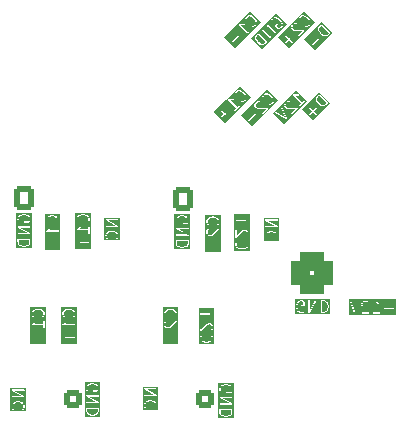
<source format=gbr>
%TF.GenerationSoftware,KiCad,Pcbnew,8.0.7-8.0.7-0~ubuntu22.04.1*%
%TF.CreationDate,2025-01-12T20:07:59+01:00*%
%TF.ProjectId,debug_can_usb,64656275-675f-4636-916e-5f7573622e6b,rev?*%
%TF.SameCoordinates,Original*%
%TF.FileFunction,Legend,Bot*%
%TF.FilePolarity,Positive*%
%FSLAX46Y46*%
G04 Gerber Fmt 4.6, Leading zero omitted, Abs format (unit mm)*
G04 Created by KiCad (PCBNEW 8.0.7-8.0.7-0~ubuntu22.04.1) date 2025-01-12 20:07:59*
%MOMM*%
%LPD*%
G01*
G04 APERTURE LIST*
G04 Aperture macros list*
%AMRoundRect*
0 Rectangle with rounded corners*
0 $1 Rounding radius*
0 $2 $3 $4 $5 $6 $7 $8 $9 X,Y pos of 4 corners*
0 Add a 4 corners polygon primitive as box body*
4,1,4,$2,$3,$4,$5,$6,$7,$8,$9,$2,$3,0*
0 Add four circle primitives for the rounded corners*
1,1,$1+$1,$2,$3*
1,1,$1+$1,$4,$5*
1,1,$1+$1,$6,$7*
1,1,$1+$1,$8,$9*
0 Add four rect primitives between the rounded corners*
20,1,$1+$1,$2,$3,$4,$5,0*
20,1,$1+$1,$4,$5,$6,$7,0*
20,1,$1+$1,$6,$7,$8,$9,0*
20,1,$1+$1,$8,$9,$2,$3,0*%
G04 Aperture macros list end*
%ADD10C,0.100000*%
%ADD11C,1.020000*%
%ADD12RoundRect,0.250001X0.499999X0.499999X-0.499999X0.499999X-0.499999X-0.499999X0.499999X-0.499999X0*%
%ADD13C,1.500000*%
%ADD14C,0.650000*%
%ADD15O,1.000000X2.100000*%
%ADD16O,1.000000X1.800000*%
%ADD17RoundRect,0.250000X-0.600000X-0.725000X0.600000X-0.725000X0.600000X0.725000X-0.600000X0.725000X0*%
%ADD18O,1.700000X1.950000*%
%ADD19R,1.700000X1.700000*%
%ADD20R,1.600000X1.600000*%
%ADD21O,1.600000X1.600000*%
%ADD22C,1.400000*%
%ADD23RoundRect,0.770000X0.980000X0.980000X-0.980000X0.980000X-0.980000X-0.980000X0.980000X-0.980000X0*%
%ADD24C,3.500000*%
%ADD25C,3.250000*%
%ADD26R,1.500000X1.500000*%
%ADD27C,2.300000*%
G04 APERTURE END LIST*
D10*
G36*
X128453530Y-94765476D02*
G01*
X127131308Y-94765476D01*
X127131308Y-93846266D01*
X127861466Y-93846266D01*
X127861466Y-94608171D01*
X127865272Y-94627305D01*
X127892332Y-94654365D01*
X127930600Y-94654365D01*
X127957660Y-94627305D01*
X127961466Y-94608171D01*
X127961466Y-93846266D01*
X127957660Y-93827132D01*
X127930600Y-93800072D01*
X127892332Y-93800072D01*
X127865272Y-93827132D01*
X127861466Y-93846266D01*
X127131308Y-93846266D01*
X127131308Y-93141683D01*
X127243370Y-93141683D01*
X127246225Y-93145965D01*
X127246225Y-93151114D01*
X127256521Y-93161410D01*
X127264597Y-93173524D01*
X127269644Y-93174533D01*
X127273285Y-93178174D01*
X127292419Y-93181980D01*
X128242419Y-93181980D01*
X128242419Y-93417694D01*
X128246225Y-93436828D01*
X128273285Y-93463888D01*
X128311553Y-93463888D01*
X128338613Y-93436828D01*
X128342419Y-93417694D01*
X128342419Y-92846266D01*
X128338613Y-92827132D01*
X128311553Y-92800072D01*
X128273285Y-92800072D01*
X128246225Y-92827132D01*
X128242419Y-92846266D01*
X128242419Y-93081980D01*
X127457557Y-93081980D01*
X127463011Y-93078344D01*
X127466515Y-93074847D01*
X127470631Y-93072097D01*
X127565869Y-92976859D01*
X127570319Y-92970199D01*
X127575235Y-92963865D01*
X127622854Y-92868627D01*
X127628007Y-92849811D01*
X127615905Y-92813506D01*
X127581677Y-92796392D01*
X127545373Y-92808494D01*
X127533411Y-92823906D01*
X127489420Y-92911887D01*
X127403425Y-92997883D01*
X127264684Y-93090377D01*
X127250875Y-93104158D01*
X127249865Y-93109205D01*
X127246225Y-93112846D01*
X127246225Y-93127408D01*
X127243370Y-93141683D01*
X127131308Y-93141683D01*
X127131308Y-92179599D01*
X127242419Y-92179599D01*
X127242419Y-92274837D01*
X127243982Y-92282699D01*
X127244985Y-92290648D01*
X127292604Y-92433505D01*
X127293844Y-92435680D01*
X127293844Y-92436828D01*
X127298297Y-92443492D01*
X127302265Y-92450453D01*
X127303291Y-92450966D01*
X127304683Y-92453049D01*
X127352301Y-92500668D01*
X127368522Y-92511507D01*
X127406791Y-92511507D01*
X127433851Y-92484447D01*
X127433851Y-92446178D01*
X127423012Y-92429957D01*
X127383739Y-92390685D01*
X127342419Y-92266723D01*
X127342419Y-92187712D01*
X127383739Y-92063750D01*
X127464892Y-91982597D01*
X127547966Y-91941060D01*
X127727145Y-91896266D01*
X127857692Y-91896266D01*
X128036872Y-91941061D01*
X128119942Y-91982596D01*
X128201099Y-92063752D01*
X128242419Y-92187712D01*
X128242419Y-92266724D01*
X128201099Y-92390683D01*
X128161825Y-92429957D01*
X128150986Y-92446178D01*
X128150986Y-92484447D01*
X128178045Y-92511507D01*
X128216314Y-92511507D01*
X128232535Y-92500669D01*
X128280155Y-92453050D01*
X128281546Y-92450967D01*
X128282573Y-92450454D01*
X128286539Y-92443495D01*
X128290994Y-92436829D01*
X128290994Y-92435680D01*
X128292234Y-92433505D01*
X128339853Y-92290649D01*
X128340855Y-92282698D01*
X128342419Y-92274837D01*
X128342419Y-92179599D01*
X128340855Y-92171737D01*
X128339853Y-92163787D01*
X128292234Y-92020931D01*
X128290994Y-92018755D01*
X128290994Y-92017608D01*
X128286543Y-92010947D01*
X128282573Y-92003982D01*
X128281545Y-92003468D01*
X128280155Y-92001387D01*
X128184916Y-91906148D01*
X128178249Y-91901693D01*
X128171921Y-91896782D01*
X128076684Y-91849164D01*
X128071402Y-91847717D01*
X128066450Y-91845378D01*
X127875974Y-91797759D01*
X127869856Y-91797461D01*
X127863847Y-91796266D01*
X127720990Y-91796266D01*
X127714980Y-91797461D01*
X127708863Y-91797759D01*
X127518387Y-91845378D01*
X127513434Y-91847717D01*
X127508153Y-91849164D01*
X127412915Y-91896783D01*
X127406580Y-91901698D01*
X127399921Y-91906149D01*
X127304683Y-92001387D01*
X127303291Y-92003469D01*
X127302265Y-92003983D01*
X127298297Y-92010943D01*
X127293844Y-92017608D01*
X127293844Y-92018755D01*
X127292604Y-92020931D01*
X127244985Y-92163788D01*
X127243982Y-92171736D01*
X127242419Y-92179599D01*
X127131308Y-92179599D01*
X127131308Y-91685155D01*
X128453530Y-91685155D01*
X128453530Y-94765476D01*
G37*
G36*
X144142419Y-100571486D02*
G01*
X144101099Y-100695445D01*
X144019942Y-100776601D01*
X143936872Y-100818137D01*
X143757692Y-100862932D01*
X143627145Y-100862932D01*
X143447966Y-100818137D01*
X143364892Y-100776600D01*
X143283739Y-100695447D01*
X143242419Y-100571485D01*
X143242419Y-100391504D01*
X144142419Y-100391504D01*
X144142419Y-100571486D01*
G37*
G36*
X144353530Y-101074043D02*
G01*
X143031308Y-101074043D01*
X143031308Y-100341504D01*
X143142419Y-100341504D01*
X143142419Y-100579599D01*
X143143982Y-100587461D01*
X143144985Y-100595410D01*
X143192604Y-100738267D01*
X143193844Y-100740442D01*
X143193844Y-100741590D01*
X143198297Y-100748254D01*
X143202265Y-100755215D01*
X143203291Y-100755728D01*
X143204683Y-100757811D01*
X143299921Y-100853049D01*
X143306580Y-100857499D01*
X143312915Y-100862415D01*
X143408153Y-100910034D01*
X143413434Y-100911480D01*
X143418387Y-100913820D01*
X143608863Y-100961439D01*
X143614980Y-100961736D01*
X143620990Y-100962932D01*
X143763847Y-100962932D01*
X143769856Y-100961736D01*
X143775974Y-100961439D01*
X143966450Y-100913820D01*
X143971402Y-100911480D01*
X143976684Y-100910034D01*
X144071921Y-100862416D01*
X144078249Y-100857504D01*
X144084916Y-100853050D01*
X144180155Y-100757811D01*
X144181545Y-100755729D01*
X144182573Y-100755216D01*
X144186543Y-100748250D01*
X144190994Y-100741590D01*
X144190994Y-100740442D01*
X144192234Y-100738267D01*
X144239853Y-100595411D01*
X144240855Y-100587460D01*
X144242419Y-100579599D01*
X144242419Y-100341504D01*
X144238613Y-100322370D01*
X144211553Y-100295310D01*
X144192419Y-100291504D01*
X143192419Y-100291504D01*
X143173285Y-100295310D01*
X143146225Y-100322370D01*
X143142419Y-100341504D01*
X143031308Y-100341504D01*
X143031308Y-99287579D01*
X143142818Y-99287579D01*
X143146225Y-99300071D01*
X143146225Y-99313019D01*
X143151079Y-99317873D01*
X143152887Y-99324500D01*
X143167612Y-99337297D01*
X144004141Y-99815313D01*
X143192419Y-99815313D01*
X143173285Y-99819119D01*
X143146225Y-99846179D01*
X143146225Y-99884447D01*
X143173285Y-99911507D01*
X143192419Y-99915313D01*
X144192419Y-99915313D01*
X144211553Y-99911507D01*
X144216407Y-99906652D01*
X144223034Y-99904845D01*
X144229459Y-99893600D01*
X144238613Y-99884447D01*
X144238613Y-99877581D01*
X144242020Y-99871619D01*
X144238613Y-99859126D01*
X144238613Y-99846179D01*
X144233757Y-99841323D01*
X144231951Y-99834699D01*
X144217226Y-99821901D01*
X143380697Y-99343885D01*
X144192419Y-99343885D01*
X144211553Y-99340079D01*
X144238613Y-99313019D01*
X144238613Y-99274751D01*
X144211553Y-99247691D01*
X144192419Y-99243885D01*
X143192419Y-99243885D01*
X143173285Y-99247691D01*
X143168430Y-99252545D01*
X143161804Y-99254353D01*
X143155378Y-99265597D01*
X143146225Y-99274751D01*
X143146225Y-99281616D01*
X143142818Y-99287579D01*
X143031308Y-99287579D01*
X143031308Y-98579599D01*
X143142419Y-98579599D01*
X143142419Y-98722456D01*
X143142907Y-98724912D01*
X143142545Y-98726001D01*
X143144661Y-98733728D01*
X143146225Y-98741590D01*
X143147036Y-98742401D01*
X143147698Y-98744817D01*
X143195316Y-98840054D01*
X143207278Y-98855466D01*
X143243582Y-98867568D01*
X143277810Y-98850454D01*
X143289912Y-98814149D01*
X143284759Y-98795333D01*
X143242419Y-98710653D01*
X143242419Y-98587712D01*
X143283739Y-98463750D01*
X143364892Y-98382597D01*
X143447966Y-98341060D01*
X143627145Y-98296266D01*
X143757692Y-98296266D01*
X143936872Y-98341061D01*
X144019942Y-98382596D01*
X144101099Y-98463752D01*
X144142419Y-98587712D01*
X144142419Y-98666724D01*
X144101099Y-98790683D01*
X144076469Y-98815313D01*
X143813847Y-98815313D01*
X143813847Y-98674837D01*
X143810041Y-98655703D01*
X143782981Y-98628643D01*
X143744713Y-98628643D01*
X143717653Y-98655703D01*
X143713847Y-98674837D01*
X143713847Y-98865313D01*
X143717653Y-98884447D01*
X143744713Y-98911507D01*
X143763847Y-98915313D01*
X144097180Y-98915313D01*
X144116314Y-98911507D01*
X144132535Y-98900669D01*
X144180155Y-98853050D01*
X144181546Y-98850967D01*
X144182573Y-98850454D01*
X144186539Y-98843495D01*
X144190994Y-98836829D01*
X144190994Y-98835680D01*
X144192234Y-98833505D01*
X144239853Y-98690649D01*
X144240855Y-98682698D01*
X144242419Y-98674837D01*
X144242419Y-98579599D01*
X144240855Y-98571737D01*
X144239853Y-98563787D01*
X144192234Y-98420931D01*
X144190994Y-98418755D01*
X144190994Y-98417608D01*
X144186543Y-98410947D01*
X144182573Y-98403982D01*
X144181545Y-98403468D01*
X144180155Y-98401387D01*
X144084916Y-98306148D01*
X144078249Y-98301693D01*
X144071921Y-98296782D01*
X143976684Y-98249164D01*
X143971402Y-98247717D01*
X143966450Y-98245378D01*
X143775974Y-98197759D01*
X143769856Y-98197461D01*
X143763847Y-98196266D01*
X143620990Y-98196266D01*
X143614980Y-98197461D01*
X143608863Y-98197759D01*
X143418387Y-98245378D01*
X143413434Y-98247717D01*
X143408153Y-98249164D01*
X143312915Y-98296783D01*
X143306580Y-98301698D01*
X143299921Y-98306149D01*
X143204683Y-98401387D01*
X143203291Y-98403469D01*
X143202265Y-98403983D01*
X143198297Y-98410943D01*
X143193844Y-98417608D01*
X143193844Y-98418755D01*
X143192604Y-98420931D01*
X143144985Y-98563788D01*
X143143982Y-98571736D01*
X143142419Y-98579599D01*
X143031308Y-98579599D01*
X143031308Y-98085155D01*
X144353530Y-98085155D01*
X144353530Y-101074043D01*
G37*
G36*
X142708691Y-94794846D02*
G01*
X141386469Y-94794846D01*
X141386469Y-94205164D01*
X141497580Y-94205164D01*
X141497580Y-94300402D01*
X141499143Y-94308263D01*
X141500146Y-94316214D01*
X141547766Y-94459071D01*
X141549006Y-94461246D01*
X141549006Y-94462393D01*
X141553455Y-94469051D01*
X141557427Y-94476019D01*
X141558454Y-94476532D01*
X141559845Y-94478614D01*
X141655083Y-94573852D01*
X141661742Y-94578302D01*
X141668077Y-94583218D01*
X141763315Y-94630837D01*
X141768596Y-94632283D01*
X141773549Y-94634623D01*
X141964025Y-94682242D01*
X141970142Y-94682539D01*
X141976152Y-94683735D01*
X142119009Y-94683735D01*
X142125018Y-94682539D01*
X142131136Y-94682242D01*
X142321612Y-94634623D01*
X142326564Y-94632283D01*
X142331846Y-94630837D01*
X142427083Y-94583219D01*
X142433416Y-94578303D01*
X142440078Y-94573852D01*
X142535316Y-94478614D01*
X142536706Y-94476532D01*
X142537734Y-94476019D01*
X142541704Y-94469053D01*
X142546155Y-94462393D01*
X142546155Y-94461245D01*
X142547395Y-94459070D01*
X142595014Y-94316214D01*
X142596016Y-94308263D01*
X142597580Y-94300402D01*
X142597580Y-94205164D01*
X142596016Y-94197302D01*
X142595014Y-94189352D01*
X142547395Y-94046496D01*
X142546155Y-94044320D01*
X142546155Y-94043172D01*
X142541700Y-94036505D01*
X142537734Y-94029547D01*
X142536707Y-94029033D01*
X142535316Y-94026951D01*
X142487697Y-93979333D01*
X142471476Y-93968494D01*
X142433208Y-93968494D01*
X142406148Y-93995554D01*
X142406148Y-94033822D01*
X142416987Y-94050043D01*
X142456259Y-94089316D01*
X142497580Y-94213277D01*
X142497580Y-94292289D01*
X142456259Y-94416250D01*
X142375106Y-94497404D01*
X142292034Y-94538940D01*
X142112854Y-94583735D01*
X141982307Y-94583735D01*
X141803128Y-94538940D01*
X141720054Y-94497403D01*
X141638901Y-94416250D01*
X141597580Y-94292287D01*
X141597580Y-94213278D01*
X141638901Y-94089315D01*
X141678174Y-94050044D01*
X141689013Y-94033823D01*
X141689013Y-93995554D01*
X141661953Y-93968494D01*
X141623684Y-93968494D01*
X141607463Y-93979333D01*
X141559845Y-94026952D01*
X141558454Y-94029033D01*
X141557427Y-94029547D01*
X141553455Y-94036514D01*
X141549006Y-94043173D01*
X141549006Y-94044319D01*
X141547766Y-94046495D01*
X141500146Y-94189352D01*
X141499143Y-94197302D01*
X141497580Y-94205164D01*
X141386469Y-94205164D01*
X141386469Y-93062307D01*
X141497580Y-93062307D01*
X141497580Y-93681354D01*
X141501386Y-93700488D01*
X141528446Y-93727548D01*
X141566714Y-93727548D01*
X141582935Y-93716709D01*
X142146017Y-93153627D01*
X142269979Y-93112307D01*
X142345301Y-93112307D01*
X142422724Y-93151018D01*
X142458868Y-93187163D01*
X142497580Y-93264586D01*
X142497580Y-93479074D01*
X142458868Y-93556497D01*
X142416987Y-93598380D01*
X142406148Y-93614601D01*
X142406148Y-93652869D01*
X142433208Y-93679929D01*
X142471476Y-93679929D01*
X142487697Y-93669090D01*
X142535316Y-93621472D01*
X142539770Y-93614805D01*
X142544682Y-93608477D01*
X142592301Y-93513239D01*
X142592962Y-93510823D01*
X142593774Y-93510012D01*
X142595337Y-93502150D01*
X142597454Y-93494423D01*
X142597091Y-93493334D01*
X142597580Y-93490878D01*
X142597580Y-93252783D01*
X142597091Y-93250326D01*
X142597454Y-93249238D01*
X142595337Y-93241510D01*
X142593774Y-93233649D01*
X142592962Y-93232837D01*
X142592301Y-93230422D01*
X142544682Y-93135184D01*
X142539770Y-93128855D01*
X142535316Y-93122189D01*
X142487697Y-93074571D01*
X142481035Y-93070119D01*
X142474702Y-93065204D01*
X142379465Y-93017586D01*
X142377049Y-93016924D01*
X142376238Y-93016113D01*
X142368376Y-93014549D01*
X142360649Y-93012433D01*
X142359560Y-93012795D01*
X142357104Y-93012307D01*
X142261866Y-93012307D01*
X142254004Y-93013870D01*
X142246054Y-93014873D01*
X142103198Y-93062492D01*
X142101023Y-93063732D01*
X142099875Y-93063732D01*
X142093214Y-93068182D01*
X142086249Y-93072153D01*
X142085735Y-93073180D01*
X142083654Y-93074571D01*
X141597580Y-93560644D01*
X141597580Y-93062307D01*
X141593774Y-93043173D01*
X141566714Y-93016113D01*
X141528446Y-93016113D01*
X141501386Y-93043173D01*
X141497580Y-93062307D01*
X141386469Y-93062307D01*
X141386469Y-92233649D01*
X141501386Y-92233649D01*
X141501386Y-92271917D01*
X141528446Y-92298977D01*
X141547580Y-92302783D01*
X141878533Y-92302783D01*
X141878533Y-92633735D01*
X141882339Y-92652869D01*
X141909399Y-92679929D01*
X141947667Y-92679929D01*
X141974727Y-92652869D01*
X141978533Y-92633735D01*
X141978533Y-92302783D01*
X142309485Y-92302783D01*
X142328619Y-92298977D01*
X142355679Y-92271917D01*
X142355679Y-92233649D01*
X142328619Y-92206589D01*
X142309485Y-92202783D01*
X141978533Y-92202783D01*
X141978533Y-91871831D01*
X141974727Y-91852697D01*
X141947667Y-91825637D01*
X141909399Y-91825637D01*
X141882339Y-91852697D01*
X141878533Y-91871831D01*
X141878533Y-92202783D01*
X141547580Y-92202783D01*
X141528446Y-92206589D01*
X141501386Y-92233649D01*
X141386469Y-92233649D01*
X141386469Y-91714526D01*
X142708691Y-91714526D01*
X142708691Y-94794846D01*
G37*
G36*
X132842419Y-100471486D02*
G01*
X132801099Y-100595445D01*
X132719942Y-100676601D01*
X132636872Y-100718137D01*
X132457692Y-100762932D01*
X132327145Y-100762932D01*
X132147966Y-100718137D01*
X132064892Y-100676600D01*
X131983739Y-100595447D01*
X131942419Y-100471485D01*
X131942419Y-100291504D01*
X132842419Y-100291504D01*
X132842419Y-100471486D01*
G37*
G36*
X133053530Y-100974043D02*
G01*
X131731308Y-100974043D01*
X131731308Y-100241504D01*
X131842419Y-100241504D01*
X131842419Y-100479599D01*
X131843982Y-100487461D01*
X131844985Y-100495410D01*
X131892604Y-100638267D01*
X131893844Y-100640442D01*
X131893844Y-100641590D01*
X131898297Y-100648254D01*
X131902265Y-100655215D01*
X131903291Y-100655728D01*
X131904683Y-100657811D01*
X131999921Y-100753049D01*
X132006580Y-100757499D01*
X132012915Y-100762415D01*
X132108153Y-100810034D01*
X132113434Y-100811480D01*
X132118387Y-100813820D01*
X132308863Y-100861439D01*
X132314980Y-100861736D01*
X132320990Y-100862932D01*
X132463847Y-100862932D01*
X132469856Y-100861736D01*
X132475974Y-100861439D01*
X132666450Y-100813820D01*
X132671402Y-100811480D01*
X132676684Y-100810034D01*
X132771921Y-100762416D01*
X132778249Y-100757504D01*
X132784916Y-100753050D01*
X132880155Y-100657811D01*
X132881545Y-100655729D01*
X132882573Y-100655216D01*
X132886543Y-100648250D01*
X132890994Y-100641590D01*
X132890994Y-100640442D01*
X132892234Y-100638267D01*
X132939853Y-100495411D01*
X132940855Y-100487460D01*
X132942419Y-100479599D01*
X132942419Y-100241504D01*
X132938613Y-100222370D01*
X132911553Y-100195310D01*
X132892419Y-100191504D01*
X131892419Y-100191504D01*
X131873285Y-100195310D01*
X131846225Y-100222370D01*
X131842419Y-100241504D01*
X131731308Y-100241504D01*
X131731308Y-99187579D01*
X131842818Y-99187579D01*
X131846225Y-99200071D01*
X131846225Y-99213019D01*
X131851079Y-99217873D01*
X131852887Y-99224500D01*
X131867612Y-99237297D01*
X132704141Y-99715313D01*
X131892419Y-99715313D01*
X131873285Y-99719119D01*
X131846225Y-99746179D01*
X131846225Y-99784447D01*
X131873285Y-99811507D01*
X131892419Y-99815313D01*
X132892419Y-99815313D01*
X132911553Y-99811507D01*
X132916407Y-99806652D01*
X132923034Y-99804845D01*
X132929459Y-99793600D01*
X132938613Y-99784447D01*
X132938613Y-99777581D01*
X132942020Y-99771619D01*
X132938613Y-99759126D01*
X132938613Y-99746179D01*
X132933757Y-99741323D01*
X132931951Y-99734699D01*
X132917226Y-99721901D01*
X132080697Y-99243885D01*
X132892419Y-99243885D01*
X132911553Y-99240079D01*
X132938613Y-99213019D01*
X132938613Y-99174751D01*
X132911553Y-99147691D01*
X132892419Y-99143885D01*
X131892419Y-99143885D01*
X131873285Y-99147691D01*
X131868430Y-99152545D01*
X131861804Y-99154353D01*
X131855378Y-99165597D01*
X131846225Y-99174751D01*
X131846225Y-99181616D01*
X131842818Y-99187579D01*
X131731308Y-99187579D01*
X131731308Y-98479599D01*
X131842419Y-98479599D01*
X131842419Y-98622456D01*
X131842907Y-98624912D01*
X131842545Y-98626001D01*
X131844661Y-98633728D01*
X131846225Y-98641590D01*
X131847036Y-98642401D01*
X131847698Y-98644817D01*
X131895316Y-98740054D01*
X131907278Y-98755466D01*
X131943582Y-98767568D01*
X131977810Y-98750454D01*
X131989912Y-98714149D01*
X131984759Y-98695333D01*
X131942419Y-98610653D01*
X131942419Y-98487712D01*
X131983739Y-98363750D01*
X132064892Y-98282597D01*
X132147966Y-98241060D01*
X132327145Y-98196266D01*
X132457692Y-98196266D01*
X132636872Y-98241061D01*
X132719942Y-98282596D01*
X132801099Y-98363752D01*
X132842419Y-98487712D01*
X132842419Y-98566724D01*
X132801099Y-98690683D01*
X132776469Y-98715313D01*
X132513847Y-98715313D01*
X132513847Y-98574837D01*
X132510041Y-98555703D01*
X132482981Y-98528643D01*
X132444713Y-98528643D01*
X132417653Y-98555703D01*
X132413847Y-98574837D01*
X132413847Y-98765313D01*
X132417653Y-98784447D01*
X132444713Y-98811507D01*
X132463847Y-98815313D01*
X132797180Y-98815313D01*
X132816314Y-98811507D01*
X132832535Y-98800669D01*
X132880155Y-98753050D01*
X132881546Y-98750967D01*
X132882573Y-98750454D01*
X132886539Y-98743495D01*
X132890994Y-98736829D01*
X132890994Y-98735680D01*
X132892234Y-98733505D01*
X132939853Y-98590649D01*
X132940855Y-98582698D01*
X132942419Y-98574837D01*
X132942419Y-98479599D01*
X132940855Y-98471737D01*
X132939853Y-98463787D01*
X132892234Y-98320931D01*
X132890994Y-98318755D01*
X132890994Y-98317608D01*
X132886543Y-98310947D01*
X132882573Y-98303982D01*
X132881545Y-98303468D01*
X132880155Y-98301387D01*
X132784916Y-98206148D01*
X132778249Y-98201693D01*
X132771921Y-98196782D01*
X132676684Y-98149164D01*
X132671402Y-98147717D01*
X132666450Y-98145378D01*
X132475974Y-98097759D01*
X132469856Y-98097461D01*
X132463847Y-98096266D01*
X132320990Y-98096266D01*
X132314980Y-98097461D01*
X132308863Y-98097759D01*
X132118387Y-98145378D01*
X132113434Y-98147717D01*
X132108153Y-98149164D01*
X132012915Y-98196783D01*
X132006580Y-98201698D01*
X131999921Y-98206149D01*
X131904683Y-98301387D01*
X131903291Y-98303469D01*
X131902265Y-98303983D01*
X131898297Y-98310943D01*
X131893844Y-98317608D01*
X131893844Y-98318755D01*
X131892604Y-98320931D01*
X131844985Y-98463788D01*
X131843982Y-98471736D01*
X131842419Y-98479599D01*
X131731308Y-98479599D01*
X131731308Y-97985155D01*
X133053530Y-97985155D01*
X133053530Y-100974043D01*
G37*
G36*
X137953530Y-100370237D02*
G01*
X136631308Y-100370237D01*
X136631308Y-99927218D01*
X136742419Y-99927218D01*
X136742419Y-100022456D01*
X136743982Y-100030318D01*
X136744985Y-100038267D01*
X136792604Y-100181124D01*
X136793844Y-100183299D01*
X136793844Y-100184447D01*
X136798297Y-100191111D01*
X136802265Y-100198072D01*
X136803291Y-100198585D01*
X136804683Y-100200668D01*
X136852301Y-100248287D01*
X136868522Y-100259126D01*
X136906791Y-100259126D01*
X136933851Y-100232066D01*
X136933851Y-100193797D01*
X136923012Y-100177576D01*
X136883739Y-100138304D01*
X136842419Y-100014342D01*
X136842419Y-99935331D01*
X136883739Y-99811369D01*
X136964892Y-99730216D01*
X137047966Y-99688679D01*
X137227145Y-99643885D01*
X137357692Y-99643885D01*
X137536872Y-99688680D01*
X137619942Y-99730215D01*
X137701099Y-99811371D01*
X137742419Y-99935331D01*
X137742419Y-100014343D01*
X137701099Y-100138302D01*
X137661825Y-100177576D01*
X137650986Y-100193797D01*
X137650986Y-100232066D01*
X137678045Y-100259126D01*
X137716314Y-100259126D01*
X137732535Y-100248288D01*
X137780155Y-100200669D01*
X137781546Y-100198586D01*
X137782573Y-100198073D01*
X137786539Y-100191114D01*
X137790994Y-100184448D01*
X137790994Y-100183299D01*
X137792234Y-100181124D01*
X137839853Y-100038268D01*
X137840855Y-100030317D01*
X137842419Y-100022456D01*
X137842419Y-99927218D01*
X137840855Y-99919356D01*
X137839853Y-99911406D01*
X137792234Y-99768550D01*
X137790994Y-99766374D01*
X137790994Y-99765227D01*
X137786543Y-99758566D01*
X137782573Y-99751601D01*
X137781545Y-99751087D01*
X137780155Y-99749006D01*
X137684916Y-99653767D01*
X137678249Y-99649312D01*
X137671921Y-99644401D01*
X137576684Y-99596783D01*
X137571402Y-99595336D01*
X137566450Y-99592997D01*
X137375974Y-99545378D01*
X137369856Y-99545080D01*
X137363847Y-99543885D01*
X137220990Y-99543885D01*
X137214980Y-99545080D01*
X137208863Y-99545378D01*
X137018387Y-99592997D01*
X137013434Y-99595336D01*
X137008153Y-99596783D01*
X136912915Y-99644402D01*
X136906580Y-99649317D01*
X136899921Y-99653768D01*
X136804683Y-99749006D01*
X136803291Y-99751088D01*
X136802265Y-99751602D01*
X136798297Y-99758562D01*
X136793844Y-99765227D01*
X136793844Y-99766374D01*
X136792604Y-99768550D01*
X136744985Y-99911407D01*
X136743982Y-99919355D01*
X136742419Y-99927218D01*
X136631308Y-99927218D01*
X136631308Y-98587579D01*
X136742818Y-98587579D01*
X136746225Y-98600071D01*
X136746225Y-98613019D01*
X136751079Y-98617873D01*
X136752887Y-98624500D01*
X136767612Y-98637297D01*
X137604141Y-99115313D01*
X136792419Y-99115313D01*
X136773285Y-99119119D01*
X136746225Y-99146179D01*
X136746225Y-99184447D01*
X136773285Y-99211507D01*
X136792419Y-99215313D01*
X137792419Y-99215313D01*
X137811553Y-99211507D01*
X137816407Y-99206652D01*
X137823034Y-99204845D01*
X137829459Y-99193600D01*
X137838613Y-99184447D01*
X137838613Y-99177581D01*
X137842020Y-99171619D01*
X137838613Y-99159126D01*
X137838613Y-99146179D01*
X137833757Y-99141323D01*
X137831951Y-99134699D01*
X137817226Y-99121901D01*
X136980697Y-98643885D01*
X137792419Y-98643885D01*
X137811553Y-98640079D01*
X137838613Y-98613019D01*
X137838613Y-98574751D01*
X137811553Y-98547691D01*
X137792419Y-98543885D01*
X136792419Y-98543885D01*
X136773285Y-98547691D01*
X136768430Y-98552545D01*
X136761804Y-98554353D01*
X136755378Y-98565597D01*
X136746225Y-98574751D01*
X136746225Y-98581616D01*
X136742818Y-98587579D01*
X136631308Y-98587579D01*
X136631308Y-98432774D01*
X137953530Y-98432774D01*
X137953530Y-100370237D01*
G37*
G36*
X148096426Y-74160994D02*
G01*
X145918309Y-76339110D01*
X145404648Y-75825448D01*
X145600050Y-75825448D01*
X145600050Y-75863716D01*
X145627110Y-75890776D01*
X145665378Y-75890776D01*
X145681599Y-75879937D01*
X146220348Y-75341189D01*
X146231186Y-75324968D01*
X146231186Y-75286699D01*
X146204127Y-75259640D01*
X146165858Y-75259640D01*
X146149637Y-75270478D01*
X145610889Y-75809227D01*
X145600050Y-75825448D01*
X145404648Y-75825448D01*
X144983357Y-75404157D01*
X145856131Y-74531383D01*
X146101320Y-74531383D01*
X146101320Y-74598727D01*
X146102883Y-74606588D01*
X146103886Y-74614539D01*
X146137558Y-74715553D01*
X146138798Y-74717728D01*
X146138798Y-74718876D01*
X146143251Y-74725541D01*
X146147219Y-74732502D01*
X146148244Y-74733014D01*
X146149636Y-74735097D01*
X146216979Y-74802441D01*
X146223648Y-74806897D01*
X146229974Y-74811807D01*
X146364661Y-74879150D01*
X146367076Y-74879811D01*
X146367888Y-74880623D01*
X146375749Y-74882186D01*
X146383477Y-74884303D01*
X146384565Y-74883940D01*
X146387022Y-74884429D01*
X147074434Y-74884429D01*
X146722056Y-75236807D01*
X146711217Y-75253028D01*
X146711217Y-75291296D01*
X146738277Y-75318356D01*
X146776545Y-75318356D01*
X146792766Y-75307517D01*
X147230499Y-74869784D01*
X147241338Y-74853563D01*
X147241338Y-74815295D01*
X147214278Y-74788235D01*
X147195144Y-74784429D01*
X146398826Y-74784429D01*
X146281954Y-74725993D01*
X146228693Y-74672732D01*
X146201320Y-74590612D01*
X146201320Y-74539497D01*
X146228693Y-74457376D01*
X146380359Y-74305710D01*
X146462479Y-74278338D01*
X146521709Y-74278338D01*
X146540843Y-74274532D01*
X146567903Y-74247472D01*
X146567903Y-74209204D01*
X146540843Y-74182144D01*
X146521709Y-74178338D01*
X146454366Y-74178338D01*
X146446502Y-74179902D01*
X146438555Y-74180904D01*
X146337539Y-74214575D01*
X146335364Y-74215815D01*
X146334216Y-74215815D01*
X146327555Y-74220265D01*
X146320590Y-74224236D01*
X146320076Y-74225263D01*
X146317995Y-74226654D01*
X146149637Y-74395013D01*
X146148246Y-74397094D01*
X146147219Y-74397608D01*
X146143248Y-74404573D01*
X146138798Y-74411234D01*
X146138798Y-74412381D01*
X146137558Y-74414557D01*
X146103886Y-74515571D01*
X146102883Y-74523521D01*
X146101320Y-74531383D01*
X145856131Y-74531383D01*
X146495894Y-73891620D01*
X146741083Y-73891620D01*
X146741083Y-73958963D01*
X146744889Y-73978097D01*
X146771949Y-74005157D01*
X146810217Y-74005157D01*
X146837277Y-73978097D01*
X146841083Y-73958963D01*
X146841083Y-73903423D01*
X146899519Y-73786551D01*
X146955389Y-73730681D01*
X147072261Y-73672246D01*
X147187031Y-73672246D01*
X147275139Y-73701615D01*
X147433514Y-73796640D01*
X147525825Y-73888950D01*
X147620850Y-74047324D01*
X147650221Y-74135435D01*
X147650221Y-74250205D01*
X147591784Y-74367077D01*
X147535914Y-74422948D01*
X147419044Y-74481383D01*
X147363503Y-74481383D01*
X147344369Y-74485189D01*
X147317309Y-74512249D01*
X147317309Y-74550517D01*
X147344369Y-74577577D01*
X147363503Y-74581383D01*
X147430847Y-74581383D01*
X147433303Y-74580894D01*
X147434391Y-74581257D01*
X147442116Y-74579141D01*
X147449981Y-74577577D01*
X147450792Y-74576765D01*
X147453208Y-74576104D01*
X147587894Y-74508762D01*
X147594221Y-74503851D01*
X147600890Y-74499395D01*
X147668233Y-74432051D01*
X147672686Y-74425385D01*
X147677598Y-74419057D01*
X147744942Y-74284370D01*
X147745603Y-74281954D01*
X147746415Y-74281143D01*
X147747978Y-74273281D01*
X147750095Y-74265554D01*
X147749732Y-74264465D01*
X147750221Y-74262009D01*
X147750221Y-74127322D01*
X147748657Y-74119460D01*
X147747655Y-74111510D01*
X147713983Y-74010495D01*
X147711269Y-74005734D01*
X147709423Y-74000582D01*
X147608409Y-73832223D01*
X147604291Y-73827683D01*
X147600889Y-73822592D01*
X147499873Y-73721577D01*
X147494776Y-73718171D01*
X147490243Y-73714059D01*
X147321885Y-73613043D01*
X147316727Y-73611195D01*
X147311971Y-73608484D01*
X147210955Y-73574812D01*
X147203006Y-73573809D01*
X147195144Y-73572246D01*
X147060457Y-73572246D01*
X147058000Y-73572734D01*
X147056912Y-73572372D01*
X147049184Y-73574488D01*
X147041323Y-73576052D01*
X147040511Y-73576863D01*
X147038096Y-73577525D01*
X146903409Y-73644868D01*
X146897083Y-73649777D01*
X146890414Y-73654234D01*
X146823071Y-73721578D01*
X146818617Y-73728243D01*
X146813706Y-73734572D01*
X146746362Y-73869259D01*
X146745700Y-73871674D01*
X146744889Y-73872486D01*
X146743325Y-73880347D01*
X146741209Y-73888075D01*
X146741571Y-73889163D01*
X146741083Y-73891620D01*
X146495894Y-73891620D01*
X147161473Y-73226041D01*
X148096426Y-74160994D01*
G37*
G36*
X129653530Y-86865476D02*
G01*
X128331308Y-86865476D01*
X128331308Y-85946266D01*
X129061466Y-85946266D01*
X129061466Y-86708171D01*
X129065272Y-86727305D01*
X129092332Y-86754365D01*
X129130600Y-86754365D01*
X129157660Y-86727305D01*
X129161466Y-86708171D01*
X129161466Y-85946266D01*
X129157660Y-85927132D01*
X129130600Y-85900072D01*
X129092332Y-85900072D01*
X129065272Y-85927132D01*
X129061466Y-85946266D01*
X128331308Y-85946266D01*
X128331308Y-85241683D01*
X128443370Y-85241683D01*
X128446225Y-85245965D01*
X128446225Y-85251114D01*
X128456521Y-85261410D01*
X128464597Y-85273524D01*
X128469644Y-85274533D01*
X128473285Y-85278174D01*
X128492419Y-85281980D01*
X129442419Y-85281980D01*
X129442419Y-85517694D01*
X129446225Y-85536828D01*
X129473285Y-85563888D01*
X129511553Y-85563888D01*
X129538613Y-85536828D01*
X129542419Y-85517694D01*
X129542419Y-84946266D01*
X129538613Y-84927132D01*
X129511553Y-84900072D01*
X129473285Y-84900072D01*
X129446225Y-84927132D01*
X129442419Y-84946266D01*
X129442419Y-85181980D01*
X128657557Y-85181980D01*
X128663011Y-85178344D01*
X128666515Y-85174847D01*
X128670631Y-85172097D01*
X128765869Y-85076859D01*
X128770319Y-85070199D01*
X128775235Y-85063865D01*
X128822854Y-84968627D01*
X128828007Y-84949811D01*
X128815905Y-84913506D01*
X128781677Y-84896392D01*
X128745373Y-84908494D01*
X128733411Y-84923906D01*
X128689420Y-85011887D01*
X128603425Y-85097883D01*
X128464684Y-85190377D01*
X128450875Y-85204158D01*
X128449865Y-85209205D01*
X128446225Y-85212846D01*
X128446225Y-85227408D01*
X128443370Y-85241683D01*
X128331308Y-85241683D01*
X128331308Y-84279599D01*
X128442419Y-84279599D01*
X128442419Y-84374837D01*
X128443982Y-84382699D01*
X128444985Y-84390648D01*
X128492604Y-84533505D01*
X128493844Y-84535680D01*
X128493844Y-84536828D01*
X128498297Y-84543492D01*
X128502265Y-84550453D01*
X128503291Y-84550966D01*
X128504683Y-84553049D01*
X128552301Y-84600668D01*
X128568522Y-84611507D01*
X128606791Y-84611507D01*
X128633851Y-84584447D01*
X128633851Y-84546178D01*
X128623012Y-84529957D01*
X128583739Y-84490685D01*
X128542419Y-84366723D01*
X128542419Y-84287712D01*
X128583739Y-84163750D01*
X128664892Y-84082597D01*
X128747966Y-84041060D01*
X128927145Y-83996266D01*
X129057692Y-83996266D01*
X129236872Y-84041061D01*
X129319942Y-84082596D01*
X129401099Y-84163752D01*
X129442419Y-84287712D01*
X129442419Y-84366724D01*
X129401099Y-84490683D01*
X129361825Y-84529957D01*
X129350986Y-84546178D01*
X129350986Y-84584447D01*
X129378045Y-84611507D01*
X129416314Y-84611507D01*
X129432535Y-84600669D01*
X129480155Y-84553050D01*
X129481546Y-84550967D01*
X129482573Y-84550454D01*
X129486539Y-84543495D01*
X129490994Y-84536829D01*
X129490994Y-84535680D01*
X129492234Y-84533505D01*
X129539853Y-84390649D01*
X129540855Y-84382698D01*
X129542419Y-84374837D01*
X129542419Y-84279599D01*
X129540855Y-84271737D01*
X129539853Y-84263787D01*
X129492234Y-84120931D01*
X129490994Y-84118755D01*
X129490994Y-84117608D01*
X129486543Y-84110947D01*
X129482573Y-84103982D01*
X129481545Y-84103468D01*
X129480155Y-84101387D01*
X129384916Y-84006148D01*
X129378249Y-84001693D01*
X129371921Y-83996782D01*
X129276684Y-83949164D01*
X129271402Y-83947717D01*
X129266450Y-83945378D01*
X129075974Y-83897759D01*
X129069856Y-83897461D01*
X129063847Y-83896266D01*
X128920990Y-83896266D01*
X128914980Y-83897461D01*
X128908863Y-83897759D01*
X128718387Y-83945378D01*
X128713434Y-83947717D01*
X128708153Y-83949164D01*
X128612915Y-83996783D01*
X128606580Y-84001698D01*
X128599921Y-84006149D01*
X128504683Y-84101387D01*
X128503291Y-84103469D01*
X128502265Y-84103983D01*
X128498297Y-84110943D01*
X128493844Y-84117608D01*
X128493844Y-84118755D01*
X128492604Y-84120931D01*
X128444985Y-84263788D01*
X128443982Y-84271736D01*
X128442419Y-84279599D01*
X128331308Y-84279599D01*
X128331308Y-83785155D01*
X129653530Y-83785155D01*
X129653530Y-86865476D01*
G37*
G36*
X134703530Y-86020237D02*
G01*
X133381308Y-86020237D01*
X133381308Y-85577218D01*
X133492419Y-85577218D01*
X133492419Y-85672456D01*
X133493982Y-85680318D01*
X133494985Y-85688267D01*
X133542604Y-85831124D01*
X133543844Y-85833299D01*
X133543844Y-85834447D01*
X133548297Y-85841111D01*
X133552265Y-85848072D01*
X133553291Y-85848585D01*
X133554683Y-85850668D01*
X133602301Y-85898287D01*
X133618522Y-85909126D01*
X133656791Y-85909126D01*
X133683851Y-85882066D01*
X133683851Y-85843797D01*
X133673012Y-85827576D01*
X133633739Y-85788304D01*
X133592419Y-85664342D01*
X133592419Y-85585331D01*
X133633739Y-85461369D01*
X133714892Y-85380216D01*
X133797966Y-85338679D01*
X133977145Y-85293885D01*
X134107692Y-85293885D01*
X134286872Y-85338680D01*
X134369942Y-85380215D01*
X134451099Y-85461371D01*
X134492419Y-85585331D01*
X134492419Y-85664343D01*
X134451099Y-85788302D01*
X134411825Y-85827576D01*
X134400986Y-85843797D01*
X134400986Y-85882066D01*
X134428045Y-85909126D01*
X134466314Y-85909126D01*
X134482535Y-85898288D01*
X134530155Y-85850669D01*
X134531546Y-85848586D01*
X134532573Y-85848073D01*
X134536539Y-85841114D01*
X134540994Y-85834448D01*
X134540994Y-85833299D01*
X134542234Y-85831124D01*
X134589853Y-85688268D01*
X134590855Y-85680317D01*
X134592419Y-85672456D01*
X134592419Y-85577218D01*
X134590855Y-85569356D01*
X134589853Y-85561406D01*
X134542234Y-85418550D01*
X134540994Y-85416374D01*
X134540994Y-85415227D01*
X134536543Y-85408566D01*
X134532573Y-85401601D01*
X134531545Y-85401087D01*
X134530155Y-85399006D01*
X134434916Y-85303767D01*
X134428249Y-85299312D01*
X134421921Y-85294401D01*
X134326684Y-85246783D01*
X134321402Y-85245336D01*
X134316450Y-85242997D01*
X134125974Y-85195378D01*
X134119856Y-85195080D01*
X134113847Y-85193885D01*
X133970990Y-85193885D01*
X133964980Y-85195080D01*
X133958863Y-85195378D01*
X133768387Y-85242997D01*
X133763434Y-85245336D01*
X133758153Y-85246783D01*
X133662915Y-85294402D01*
X133656580Y-85299317D01*
X133649921Y-85303768D01*
X133554683Y-85399006D01*
X133553291Y-85401088D01*
X133552265Y-85401602D01*
X133548297Y-85408562D01*
X133543844Y-85415227D01*
X133543844Y-85416374D01*
X133542604Y-85418550D01*
X133494985Y-85561407D01*
X133493982Y-85569355D01*
X133492419Y-85577218D01*
X133381308Y-85577218D01*
X133381308Y-84237579D01*
X133492818Y-84237579D01*
X133496225Y-84250071D01*
X133496225Y-84263019D01*
X133501079Y-84267873D01*
X133502887Y-84274500D01*
X133517612Y-84287297D01*
X134354141Y-84765313D01*
X133542419Y-84765313D01*
X133523285Y-84769119D01*
X133496225Y-84796179D01*
X133496225Y-84834447D01*
X133523285Y-84861507D01*
X133542419Y-84865313D01*
X134542419Y-84865313D01*
X134561553Y-84861507D01*
X134566407Y-84856652D01*
X134573034Y-84854845D01*
X134579459Y-84843600D01*
X134588613Y-84834447D01*
X134588613Y-84827581D01*
X134592020Y-84821619D01*
X134588613Y-84809126D01*
X134588613Y-84796179D01*
X134583757Y-84791323D01*
X134581951Y-84784699D01*
X134567226Y-84771901D01*
X133730697Y-84293885D01*
X134542419Y-84293885D01*
X134561553Y-84290079D01*
X134588613Y-84263019D01*
X134588613Y-84224751D01*
X134561553Y-84197691D01*
X134542419Y-84193885D01*
X133542419Y-84193885D01*
X133523285Y-84197691D01*
X133518430Y-84202545D01*
X133511804Y-84204353D01*
X133505378Y-84215597D01*
X133496225Y-84224751D01*
X133496225Y-84231616D01*
X133492818Y-84237579D01*
X133381308Y-84237579D01*
X133381308Y-84082774D01*
X134703530Y-84082774D01*
X134703530Y-86020237D01*
G37*
G36*
X146666426Y-67530993D02*
G01*
X144488309Y-69709109D01*
X143974648Y-69195447D01*
X144170050Y-69195447D01*
X144170050Y-69233715D01*
X144197110Y-69260775D01*
X144235378Y-69260775D01*
X144251599Y-69249936D01*
X144790348Y-68711188D01*
X144801186Y-68694967D01*
X144801186Y-68656698D01*
X144774127Y-68629639D01*
X144735858Y-68629639D01*
X144719637Y-68640477D01*
X144180889Y-69179226D01*
X144170050Y-69195447D01*
X143974648Y-69195447D01*
X143553357Y-68774156D01*
X144584786Y-67742727D01*
X144773286Y-67742727D01*
X144776141Y-67747009D01*
X144776141Y-67752158D01*
X144786980Y-67768379D01*
X145458731Y-68440130D01*
X145292056Y-68606806D01*
X145281217Y-68623027D01*
X145281217Y-68661295D01*
X145308277Y-68688355D01*
X145346545Y-68688355D01*
X145362766Y-68677516D01*
X145766828Y-68273456D01*
X145777667Y-68257235D01*
X145777667Y-68218966D01*
X145750607Y-68191906D01*
X145712339Y-68191906D01*
X145696118Y-68202745D01*
X145529442Y-68369419D01*
X144974459Y-67814438D01*
X144980888Y-67815724D01*
X144985837Y-67815729D01*
X144990694Y-67816695D01*
X145125381Y-67816695D01*
X145133244Y-67815130D01*
X145141192Y-67814129D01*
X145242207Y-67780458D01*
X145259156Y-67770797D01*
X145276270Y-67736569D01*
X145264169Y-67700264D01*
X145229941Y-67683150D01*
X145210585Y-67685590D01*
X145117268Y-67716695D01*
X144995645Y-67716695D01*
X144832141Y-67683995D01*
X144812632Y-67683975D01*
X144808349Y-67686830D01*
X144803201Y-67686830D01*
X144792905Y-67697125D01*
X144780790Y-67705202D01*
X144779780Y-67710250D01*
X144776141Y-67713890D01*
X144776141Y-67728450D01*
X144773286Y-67742727D01*
X144584786Y-67742727D01*
X145065894Y-67261619D01*
X145311083Y-67261619D01*
X145311083Y-67328962D01*
X145314889Y-67348096D01*
X145341949Y-67375156D01*
X145380217Y-67375156D01*
X145407277Y-67348096D01*
X145411083Y-67328962D01*
X145411083Y-67273422D01*
X145469519Y-67156550D01*
X145525389Y-67100680D01*
X145642261Y-67042245D01*
X145757031Y-67042245D01*
X145845139Y-67071614D01*
X146003514Y-67166639D01*
X146095825Y-67258949D01*
X146190850Y-67417323D01*
X146220221Y-67505434D01*
X146220221Y-67620204D01*
X146161784Y-67737076D01*
X146105914Y-67792947D01*
X145989044Y-67851382D01*
X145933503Y-67851382D01*
X145914369Y-67855188D01*
X145887309Y-67882248D01*
X145887309Y-67920516D01*
X145914369Y-67947576D01*
X145933503Y-67951382D01*
X146000847Y-67951382D01*
X146003303Y-67950893D01*
X146004391Y-67951256D01*
X146012116Y-67949140D01*
X146019981Y-67947576D01*
X146020792Y-67946764D01*
X146023208Y-67946103D01*
X146157894Y-67878761D01*
X146164221Y-67873850D01*
X146170890Y-67869394D01*
X146238233Y-67802050D01*
X146242686Y-67795384D01*
X146247598Y-67789056D01*
X146314942Y-67654369D01*
X146315603Y-67651953D01*
X146316415Y-67651142D01*
X146317978Y-67643280D01*
X146320095Y-67635553D01*
X146319732Y-67634464D01*
X146320221Y-67632008D01*
X146320221Y-67497321D01*
X146318657Y-67489459D01*
X146317655Y-67481509D01*
X146283983Y-67380494D01*
X146281269Y-67375733D01*
X146279423Y-67370581D01*
X146178409Y-67202222D01*
X146174291Y-67197682D01*
X146170889Y-67192591D01*
X146069873Y-67091576D01*
X146064776Y-67088170D01*
X146060243Y-67084058D01*
X145891885Y-66983042D01*
X145886727Y-66981194D01*
X145881971Y-66978483D01*
X145780955Y-66944811D01*
X145773006Y-66943808D01*
X145765144Y-66942245D01*
X145630457Y-66942245D01*
X145628000Y-66942733D01*
X145626912Y-66942371D01*
X145619184Y-66944487D01*
X145611323Y-66946051D01*
X145610511Y-66946862D01*
X145608096Y-66947524D01*
X145473409Y-67014867D01*
X145467083Y-67019776D01*
X145460414Y-67024233D01*
X145393071Y-67091577D01*
X145388617Y-67098242D01*
X145383706Y-67104571D01*
X145316362Y-67239258D01*
X145315700Y-67241673D01*
X145314889Y-67242485D01*
X145313325Y-67250346D01*
X145311209Y-67258074D01*
X145311571Y-67259162D01*
X145311083Y-67261619D01*
X145065894Y-67261619D01*
X145731473Y-66596040D01*
X146666426Y-67530993D01*
G37*
G36*
X150576335Y-74181083D02*
G01*
X148597737Y-76159681D01*
X147662785Y-75224729D01*
X147666241Y-75221273D01*
X147840667Y-75221273D01*
X147852768Y-75257578D01*
X147868180Y-75269539D01*
X148810990Y-75740944D01*
X148829806Y-75746097D01*
X148833350Y-75744915D01*
X148836894Y-75746097D01*
X148851068Y-75739009D01*
X148866110Y-75733996D01*
X148867781Y-75730653D01*
X148871122Y-75728983D01*
X148876133Y-75713949D01*
X148883224Y-75699768D01*
X148882042Y-75696222D01*
X148883224Y-75692678D01*
X148878071Y-75673862D01*
X148406667Y-74731053D01*
X148394706Y-74715641D01*
X148358401Y-74703540D01*
X148324173Y-74720654D01*
X148312072Y-74756959D01*
X148317225Y-74775775D01*
X148721547Y-75584420D01*
X147912902Y-75180097D01*
X147894086Y-75174944D01*
X147857781Y-75187045D01*
X147840667Y-75221273D01*
X147666241Y-75221273D01*
X148369802Y-74517712D01*
X148614992Y-74517712D01*
X148614992Y-74585055D01*
X148616556Y-74592918D01*
X148617558Y-74600866D01*
X148651229Y-74701881D01*
X148652469Y-74704056D01*
X148652469Y-74705204D01*
X148656919Y-74711864D01*
X148660890Y-74718830D01*
X148661917Y-74719343D01*
X148663308Y-74721425D01*
X148730652Y-74788769D01*
X148737314Y-74793221D01*
X148743646Y-74798135D01*
X148878333Y-74865478D01*
X148880748Y-74866139D01*
X148881560Y-74866951D01*
X148889421Y-74868514D01*
X148897149Y-74870631D01*
X148898237Y-74870268D01*
X148900694Y-74870757D01*
X149588106Y-74870757D01*
X149235728Y-75223135D01*
X149224889Y-75239356D01*
X149224889Y-75277624D01*
X149251949Y-75304684D01*
X149290217Y-75304684D01*
X149306438Y-75293845D01*
X149744171Y-74856112D01*
X149755010Y-74839891D01*
X149755010Y-74801623D01*
X149727950Y-74774563D01*
X149708816Y-74770757D01*
X148912498Y-74770757D01*
X148795623Y-74712320D01*
X148742364Y-74659061D01*
X148714992Y-74576942D01*
X148714992Y-74525824D01*
X148742364Y-74443704D01*
X148894030Y-74292039D01*
X148976150Y-74264666D01*
X149035381Y-74264666D01*
X149054515Y-74260860D01*
X149081575Y-74233800D01*
X149081575Y-74195532D01*
X149054515Y-74168472D01*
X149035381Y-74164666D01*
X148968037Y-74164666D01*
X148960175Y-74166229D01*
X148952225Y-74167232D01*
X148851210Y-74200904D01*
X148849035Y-74202144D01*
X148847888Y-74202144D01*
X148841225Y-74206595D01*
X148834262Y-74210565D01*
X148833749Y-74211590D01*
X148831667Y-74212982D01*
X148663308Y-74381341D01*
X148661917Y-74383422D01*
X148660890Y-74383936D01*
X148656919Y-74390901D01*
X148652469Y-74397562D01*
X148652469Y-74398709D01*
X148651229Y-74400885D01*
X148617558Y-74501901D01*
X148616556Y-74509848D01*
X148614992Y-74517712D01*
X148369802Y-74517712D01*
X149201893Y-73685621D01*
X149390393Y-73685621D01*
X149393248Y-73689903D01*
X149393248Y-73695052D01*
X149404087Y-73711273D01*
X150075837Y-74383024D01*
X149909163Y-74549700D01*
X149898324Y-74565921D01*
X149898324Y-74604189D01*
X149925384Y-74631249D01*
X149963652Y-74631249D01*
X149979873Y-74620410D01*
X150383935Y-74216349D01*
X150394773Y-74200128D01*
X150394773Y-74161859D01*
X150367714Y-74134800D01*
X150329445Y-74134800D01*
X150313224Y-74145638D01*
X150146548Y-74312313D01*
X149591566Y-73757332D01*
X149597995Y-73758618D01*
X149602944Y-73758623D01*
X149607801Y-73759589D01*
X149742488Y-73759589D01*
X149750351Y-73758024D01*
X149758299Y-73757023D01*
X149859314Y-73723352D01*
X149876263Y-73713691D01*
X149893377Y-73679463D01*
X149881276Y-73643158D01*
X149847048Y-73626044D01*
X149827692Y-73628484D01*
X149734375Y-73659589D01*
X149612752Y-73659589D01*
X149449248Y-73626889D01*
X149429739Y-73626869D01*
X149425456Y-73629724D01*
X149420308Y-73629724D01*
X149410012Y-73640019D01*
X149397897Y-73648096D01*
X149396887Y-73653144D01*
X149393248Y-73656784D01*
X149393248Y-73671344D01*
X149390393Y-73685621D01*
X149201893Y-73685621D01*
X149641383Y-73246131D01*
X150576335Y-74181083D01*
G37*
G36*
X126753530Y-100470237D02*
G01*
X125431308Y-100470237D01*
X125431308Y-100027218D01*
X125542419Y-100027218D01*
X125542419Y-100122456D01*
X125543982Y-100130318D01*
X125544985Y-100138267D01*
X125592604Y-100281124D01*
X125593844Y-100283299D01*
X125593844Y-100284447D01*
X125598297Y-100291111D01*
X125602265Y-100298072D01*
X125603291Y-100298585D01*
X125604683Y-100300668D01*
X125652301Y-100348287D01*
X125668522Y-100359126D01*
X125706791Y-100359126D01*
X125733851Y-100332066D01*
X125733851Y-100293797D01*
X125723012Y-100277576D01*
X125683739Y-100238304D01*
X125642419Y-100114342D01*
X125642419Y-100035331D01*
X125683739Y-99911369D01*
X125764892Y-99830216D01*
X125847966Y-99788679D01*
X126027145Y-99743885D01*
X126157692Y-99743885D01*
X126336872Y-99788680D01*
X126419942Y-99830215D01*
X126501099Y-99911371D01*
X126542419Y-100035331D01*
X126542419Y-100114343D01*
X126501099Y-100238302D01*
X126461825Y-100277576D01*
X126450986Y-100293797D01*
X126450986Y-100332066D01*
X126478045Y-100359126D01*
X126516314Y-100359126D01*
X126532535Y-100348288D01*
X126580155Y-100300669D01*
X126581546Y-100298586D01*
X126582573Y-100298073D01*
X126586539Y-100291114D01*
X126590994Y-100284448D01*
X126590994Y-100283299D01*
X126592234Y-100281124D01*
X126639853Y-100138268D01*
X126640855Y-100130317D01*
X126642419Y-100122456D01*
X126642419Y-100027218D01*
X126640855Y-100019356D01*
X126639853Y-100011406D01*
X126592234Y-99868550D01*
X126590994Y-99866374D01*
X126590994Y-99865227D01*
X126586543Y-99858566D01*
X126582573Y-99851601D01*
X126581545Y-99851087D01*
X126580155Y-99849006D01*
X126484916Y-99753767D01*
X126478249Y-99749312D01*
X126471921Y-99744401D01*
X126376684Y-99696783D01*
X126371402Y-99695336D01*
X126366450Y-99692997D01*
X126175974Y-99645378D01*
X126169856Y-99645080D01*
X126163847Y-99643885D01*
X126020990Y-99643885D01*
X126014980Y-99645080D01*
X126008863Y-99645378D01*
X125818387Y-99692997D01*
X125813434Y-99695336D01*
X125808153Y-99696783D01*
X125712915Y-99744402D01*
X125706580Y-99749317D01*
X125699921Y-99753768D01*
X125604683Y-99849006D01*
X125603291Y-99851088D01*
X125602265Y-99851602D01*
X125598297Y-99858562D01*
X125593844Y-99865227D01*
X125593844Y-99866374D01*
X125592604Y-99868550D01*
X125544985Y-100011407D01*
X125543982Y-100019355D01*
X125542419Y-100027218D01*
X125431308Y-100027218D01*
X125431308Y-98687579D01*
X125542818Y-98687579D01*
X125546225Y-98700071D01*
X125546225Y-98713019D01*
X125551079Y-98717873D01*
X125552887Y-98724500D01*
X125567612Y-98737297D01*
X126404141Y-99215313D01*
X125592419Y-99215313D01*
X125573285Y-99219119D01*
X125546225Y-99246179D01*
X125546225Y-99284447D01*
X125573285Y-99311507D01*
X125592419Y-99315313D01*
X126592419Y-99315313D01*
X126611553Y-99311507D01*
X126616407Y-99306652D01*
X126623034Y-99304845D01*
X126629459Y-99293600D01*
X126638613Y-99284447D01*
X126638613Y-99277581D01*
X126642020Y-99271619D01*
X126638613Y-99259126D01*
X126638613Y-99246179D01*
X126633757Y-99241323D01*
X126631951Y-99234699D01*
X126617226Y-99221901D01*
X125780697Y-98743885D01*
X126592419Y-98743885D01*
X126611553Y-98740079D01*
X126638613Y-98713019D01*
X126638613Y-98674751D01*
X126611553Y-98647691D01*
X126592419Y-98643885D01*
X125592419Y-98643885D01*
X125573285Y-98647691D01*
X125568430Y-98652545D01*
X125561804Y-98654353D01*
X125555378Y-98665597D01*
X125546225Y-98674751D01*
X125546225Y-98681616D01*
X125542818Y-98687579D01*
X125431308Y-98687579D01*
X125431308Y-98532774D01*
X126753530Y-98532774D01*
X126753530Y-100470237D01*
G37*
G36*
X140442419Y-86271486D02*
G01*
X140401099Y-86395445D01*
X140319942Y-86476601D01*
X140236872Y-86518137D01*
X140057692Y-86562932D01*
X139927145Y-86562932D01*
X139747966Y-86518137D01*
X139664892Y-86476600D01*
X139583739Y-86395447D01*
X139542419Y-86271485D01*
X139542419Y-86091504D01*
X140442419Y-86091504D01*
X140442419Y-86271486D01*
G37*
G36*
X140653530Y-86774043D02*
G01*
X139331308Y-86774043D01*
X139331308Y-86041504D01*
X139442419Y-86041504D01*
X139442419Y-86279599D01*
X139443982Y-86287461D01*
X139444985Y-86295410D01*
X139492604Y-86438267D01*
X139493844Y-86440442D01*
X139493844Y-86441590D01*
X139498297Y-86448254D01*
X139502265Y-86455215D01*
X139503291Y-86455728D01*
X139504683Y-86457811D01*
X139599921Y-86553049D01*
X139606580Y-86557499D01*
X139612915Y-86562415D01*
X139708153Y-86610034D01*
X139713434Y-86611480D01*
X139718387Y-86613820D01*
X139908863Y-86661439D01*
X139914980Y-86661736D01*
X139920990Y-86662932D01*
X140063847Y-86662932D01*
X140069856Y-86661736D01*
X140075974Y-86661439D01*
X140266450Y-86613820D01*
X140271402Y-86611480D01*
X140276684Y-86610034D01*
X140371921Y-86562416D01*
X140378249Y-86557504D01*
X140384916Y-86553050D01*
X140480155Y-86457811D01*
X140481545Y-86455729D01*
X140482573Y-86455216D01*
X140486543Y-86448250D01*
X140490994Y-86441590D01*
X140490994Y-86440442D01*
X140492234Y-86438267D01*
X140539853Y-86295411D01*
X140540855Y-86287460D01*
X140542419Y-86279599D01*
X140542419Y-86041504D01*
X140538613Y-86022370D01*
X140511553Y-85995310D01*
X140492419Y-85991504D01*
X139492419Y-85991504D01*
X139473285Y-85995310D01*
X139446225Y-86022370D01*
X139442419Y-86041504D01*
X139331308Y-86041504D01*
X139331308Y-84987579D01*
X139442818Y-84987579D01*
X139446225Y-85000071D01*
X139446225Y-85013019D01*
X139451079Y-85017873D01*
X139452887Y-85024500D01*
X139467612Y-85037297D01*
X140304141Y-85515313D01*
X139492419Y-85515313D01*
X139473285Y-85519119D01*
X139446225Y-85546179D01*
X139446225Y-85584447D01*
X139473285Y-85611507D01*
X139492419Y-85615313D01*
X140492419Y-85615313D01*
X140511553Y-85611507D01*
X140516407Y-85606652D01*
X140523034Y-85604845D01*
X140529459Y-85593600D01*
X140538613Y-85584447D01*
X140538613Y-85577581D01*
X140542020Y-85571619D01*
X140538613Y-85559126D01*
X140538613Y-85546179D01*
X140533757Y-85541323D01*
X140531951Y-85534699D01*
X140517226Y-85521901D01*
X139680697Y-85043885D01*
X140492419Y-85043885D01*
X140511553Y-85040079D01*
X140538613Y-85013019D01*
X140538613Y-84974751D01*
X140511553Y-84947691D01*
X140492419Y-84943885D01*
X139492419Y-84943885D01*
X139473285Y-84947691D01*
X139468430Y-84952545D01*
X139461804Y-84954353D01*
X139455378Y-84965597D01*
X139446225Y-84974751D01*
X139446225Y-84981616D01*
X139442818Y-84987579D01*
X139331308Y-84987579D01*
X139331308Y-84279599D01*
X139442419Y-84279599D01*
X139442419Y-84422456D01*
X139442907Y-84424912D01*
X139442545Y-84426001D01*
X139444661Y-84433728D01*
X139446225Y-84441590D01*
X139447036Y-84442401D01*
X139447698Y-84444817D01*
X139495316Y-84540054D01*
X139507278Y-84555466D01*
X139543582Y-84567568D01*
X139577810Y-84550454D01*
X139589912Y-84514149D01*
X139584759Y-84495333D01*
X139542419Y-84410653D01*
X139542419Y-84287712D01*
X139583739Y-84163750D01*
X139664892Y-84082597D01*
X139747966Y-84041060D01*
X139927145Y-83996266D01*
X140057692Y-83996266D01*
X140236872Y-84041061D01*
X140319942Y-84082596D01*
X140401099Y-84163752D01*
X140442419Y-84287712D01*
X140442419Y-84366724D01*
X140401099Y-84490683D01*
X140376469Y-84515313D01*
X140113847Y-84515313D01*
X140113847Y-84374837D01*
X140110041Y-84355703D01*
X140082981Y-84328643D01*
X140044713Y-84328643D01*
X140017653Y-84355703D01*
X140013847Y-84374837D01*
X140013847Y-84565313D01*
X140017653Y-84584447D01*
X140044713Y-84611507D01*
X140063847Y-84615313D01*
X140397180Y-84615313D01*
X140416314Y-84611507D01*
X140432535Y-84600669D01*
X140480155Y-84553050D01*
X140481546Y-84550967D01*
X140482573Y-84550454D01*
X140486539Y-84543495D01*
X140490994Y-84536829D01*
X140490994Y-84535680D01*
X140492234Y-84533505D01*
X140539853Y-84390649D01*
X140540855Y-84382698D01*
X140542419Y-84374837D01*
X140542419Y-84279599D01*
X140540855Y-84271737D01*
X140539853Y-84263787D01*
X140492234Y-84120931D01*
X140490994Y-84118755D01*
X140490994Y-84117608D01*
X140486543Y-84110947D01*
X140482573Y-84103982D01*
X140481545Y-84103468D01*
X140480155Y-84101387D01*
X140384916Y-84006148D01*
X140378249Y-84001693D01*
X140371921Y-83996782D01*
X140276684Y-83949164D01*
X140271402Y-83947717D01*
X140266450Y-83945378D01*
X140075974Y-83897759D01*
X140069856Y-83897461D01*
X140063847Y-83896266D01*
X139920990Y-83896266D01*
X139914980Y-83897461D01*
X139908863Y-83897759D01*
X139718387Y-83945378D01*
X139713434Y-83947717D01*
X139708153Y-83949164D01*
X139612915Y-83996783D01*
X139606580Y-84001698D01*
X139599921Y-84006149D01*
X139504683Y-84101387D01*
X139503291Y-84103469D01*
X139502265Y-84103983D01*
X139498297Y-84110943D01*
X139493844Y-84117608D01*
X139493844Y-84118755D01*
X139492604Y-84120931D01*
X139444985Y-84263788D01*
X139443982Y-84271736D01*
X139442419Y-84279599D01*
X139331308Y-84279599D01*
X139331308Y-83785155D01*
X140653530Y-83785155D01*
X140653530Y-86774043D01*
G37*
G36*
X131053530Y-94765476D02*
G01*
X129731308Y-94765476D01*
X129731308Y-94208084D01*
X130084320Y-94208084D01*
X130084320Y-94246352D01*
X130111380Y-94273412D01*
X130130514Y-94277218D01*
X130461466Y-94277218D01*
X130461466Y-94608171D01*
X130465272Y-94627305D01*
X130492332Y-94654365D01*
X130530600Y-94654365D01*
X130557660Y-94627305D01*
X130561466Y-94608171D01*
X130561466Y-94277218D01*
X130892419Y-94277218D01*
X130911553Y-94273412D01*
X130938613Y-94246352D01*
X130938613Y-94208084D01*
X130911553Y-94181024D01*
X130892419Y-94177218D01*
X130561466Y-94177218D01*
X130561466Y-93846266D01*
X130557660Y-93827132D01*
X130530600Y-93800072D01*
X130492332Y-93800072D01*
X130465272Y-93827132D01*
X130461466Y-93846266D01*
X130461466Y-94177218D01*
X130130514Y-94177218D01*
X130111380Y-94181024D01*
X130084320Y-94208084D01*
X129731308Y-94208084D01*
X129731308Y-93141683D01*
X129843370Y-93141683D01*
X129846225Y-93145965D01*
X129846225Y-93151114D01*
X129856521Y-93161410D01*
X129864597Y-93173524D01*
X129869644Y-93174533D01*
X129873285Y-93178174D01*
X129892419Y-93181980D01*
X130842419Y-93181980D01*
X130842419Y-93417694D01*
X130846225Y-93436828D01*
X130873285Y-93463888D01*
X130911553Y-93463888D01*
X130938613Y-93436828D01*
X130942419Y-93417694D01*
X130942419Y-92846266D01*
X130938613Y-92827132D01*
X130911553Y-92800072D01*
X130873285Y-92800072D01*
X130846225Y-92827132D01*
X130842419Y-92846266D01*
X130842419Y-93081980D01*
X130057557Y-93081980D01*
X130063011Y-93078344D01*
X130066515Y-93074847D01*
X130070631Y-93072097D01*
X130165869Y-92976859D01*
X130170319Y-92970199D01*
X130175235Y-92963865D01*
X130222854Y-92868627D01*
X130228007Y-92849811D01*
X130215905Y-92813506D01*
X130181677Y-92796392D01*
X130145373Y-92808494D01*
X130133411Y-92823906D01*
X130089420Y-92911887D01*
X130003425Y-92997883D01*
X129864684Y-93090377D01*
X129850875Y-93104158D01*
X129849865Y-93109205D01*
X129846225Y-93112846D01*
X129846225Y-93127408D01*
X129843370Y-93141683D01*
X129731308Y-93141683D01*
X129731308Y-92179599D01*
X129842419Y-92179599D01*
X129842419Y-92274837D01*
X129843982Y-92282699D01*
X129844985Y-92290648D01*
X129892604Y-92433505D01*
X129893844Y-92435680D01*
X129893844Y-92436828D01*
X129898297Y-92443492D01*
X129902265Y-92450453D01*
X129903291Y-92450966D01*
X129904683Y-92453049D01*
X129952301Y-92500668D01*
X129968522Y-92511507D01*
X130006791Y-92511507D01*
X130033851Y-92484447D01*
X130033851Y-92446178D01*
X130023012Y-92429957D01*
X129983739Y-92390685D01*
X129942419Y-92266723D01*
X129942419Y-92187712D01*
X129983739Y-92063750D01*
X130064892Y-91982597D01*
X130147966Y-91941060D01*
X130327145Y-91896266D01*
X130457692Y-91896266D01*
X130636872Y-91941061D01*
X130719942Y-91982596D01*
X130801099Y-92063752D01*
X130842419Y-92187712D01*
X130842419Y-92266724D01*
X130801099Y-92390683D01*
X130761825Y-92429957D01*
X130750986Y-92446178D01*
X130750986Y-92484447D01*
X130778045Y-92511507D01*
X130816314Y-92511507D01*
X130832535Y-92500669D01*
X130880155Y-92453050D01*
X130881546Y-92450967D01*
X130882573Y-92450454D01*
X130886539Y-92443495D01*
X130890994Y-92436829D01*
X130890994Y-92435680D01*
X130892234Y-92433505D01*
X130939853Y-92290649D01*
X130940855Y-92282698D01*
X130942419Y-92274837D01*
X130942419Y-92179599D01*
X130940855Y-92171737D01*
X130939853Y-92163787D01*
X130892234Y-92020931D01*
X130890994Y-92018755D01*
X130890994Y-92017608D01*
X130886543Y-92010947D01*
X130882573Y-92003982D01*
X130881545Y-92003468D01*
X130880155Y-92001387D01*
X130784916Y-91906148D01*
X130778249Y-91901693D01*
X130771921Y-91896782D01*
X130676684Y-91849164D01*
X130671402Y-91847717D01*
X130666450Y-91845378D01*
X130475974Y-91797759D01*
X130469856Y-91797461D01*
X130463847Y-91796266D01*
X130320990Y-91796266D01*
X130314980Y-91797461D01*
X130308863Y-91797759D01*
X130118387Y-91845378D01*
X130113434Y-91847717D01*
X130108153Y-91849164D01*
X130012915Y-91896783D01*
X130006580Y-91901698D01*
X129999921Y-91906149D01*
X129904683Y-92001387D01*
X129903291Y-92003469D01*
X129902265Y-92003983D01*
X129898297Y-92010943D01*
X129893844Y-92017608D01*
X129893844Y-92018755D01*
X129892604Y-92020931D01*
X129844985Y-92163788D01*
X129843982Y-92171736D01*
X129842419Y-92179599D01*
X129731308Y-92179599D01*
X129731308Y-91685155D01*
X131053530Y-91685155D01*
X131053530Y-94765476D01*
G37*
G36*
X145776426Y-73880994D02*
G01*
X143598309Y-76059110D01*
X142663357Y-75124157D01*
X142780814Y-75006700D01*
X143280050Y-75006700D01*
X143280050Y-75044968D01*
X143290889Y-75061189D01*
X143524907Y-75295208D01*
X143290889Y-75529227D01*
X143280050Y-75545448D01*
X143280050Y-75583716D01*
X143307110Y-75610776D01*
X143345378Y-75610776D01*
X143361599Y-75599937D01*
X143595617Y-75365918D01*
X143829637Y-75599938D01*
X143845858Y-75610776D01*
X143884127Y-75610776D01*
X143911186Y-75583717D01*
X143911186Y-75545448D01*
X143900348Y-75529227D01*
X143666328Y-75295208D01*
X143900348Y-75061189D01*
X143911186Y-75044968D01*
X143911186Y-75006699D01*
X143884127Y-74979640D01*
X143845858Y-74979640D01*
X143829637Y-74990478D01*
X143595617Y-75224497D01*
X143361599Y-74990479D01*
X143345378Y-74979640D01*
X143307110Y-74979640D01*
X143280050Y-75006700D01*
X142780814Y-75006700D01*
X143694786Y-74092728D01*
X143883286Y-74092728D01*
X143886141Y-74097010D01*
X143886141Y-74102159D01*
X143896980Y-74118380D01*
X144568731Y-74790131D01*
X144402056Y-74956807D01*
X144391217Y-74973028D01*
X144391217Y-75011296D01*
X144418277Y-75038356D01*
X144456545Y-75038356D01*
X144472766Y-75027517D01*
X144876828Y-74623457D01*
X144887667Y-74607236D01*
X144887667Y-74568967D01*
X144860607Y-74541907D01*
X144822339Y-74541907D01*
X144806118Y-74552746D01*
X144639442Y-74719420D01*
X144084459Y-74164439D01*
X144090888Y-74165725D01*
X144095837Y-74165730D01*
X144100694Y-74166696D01*
X144235381Y-74166696D01*
X144243244Y-74165131D01*
X144251192Y-74164130D01*
X144352207Y-74130459D01*
X144369156Y-74120798D01*
X144386270Y-74086570D01*
X144374169Y-74050265D01*
X144339941Y-74033151D01*
X144320585Y-74035591D01*
X144227268Y-74066696D01*
X144105645Y-74066696D01*
X143942141Y-74033996D01*
X143922632Y-74033976D01*
X143918349Y-74036831D01*
X143913201Y-74036831D01*
X143902905Y-74047126D01*
X143890790Y-74055203D01*
X143889780Y-74060251D01*
X143886141Y-74063891D01*
X143886141Y-74078451D01*
X143883286Y-74092728D01*
X143694786Y-74092728D01*
X144175894Y-73611620D01*
X144421083Y-73611620D01*
X144421083Y-73678963D01*
X144424889Y-73698097D01*
X144451949Y-73725157D01*
X144490217Y-73725157D01*
X144517277Y-73698097D01*
X144521083Y-73678963D01*
X144521083Y-73623423D01*
X144579519Y-73506551D01*
X144635389Y-73450681D01*
X144752261Y-73392246D01*
X144867031Y-73392246D01*
X144955139Y-73421615D01*
X145113514Y-73516640D01*
X145205825Y-73608950D01*
X145300850Y-73767324D01*
X145330221Y-73855435D01*
X145330221Y-73970205D01*
X145271784Y-74087077D01*
X145215914Y-74142948D01*
X145099044Y-74201383D01*
X145043503Y-74201383D01*
X145024369Y-74205189D01*
X144997309Y-74232249D01*
X144997309Y-74270517D01*
X145024369Y-74297577D01*
X145043503Y-74301383D01*
X145110847Y-74301383D01*
X145113303Y-74300894D01*
X145114391Y-74301257D01*
X145122116Y-74299141D01*
X145129981Y-74297577D01*
X145130792Y-74296765D01*
X145133208Y-74296104D01*
X145267894Y-74228762D01*
X145274221Y-74223851D01*
X145280890Y-74219395D01*
X145348233Y-74152051D01*
X145352686Y-74145385D01*
X145357598Y-74139057D01*
X145424942Y-74004370D01*
X145425603Y-74001954D01*
X145426415Y-74001143D01*
X145427978Y-73993281D01*
X145430095Y-73985554D01*
X145429732Y-73984465D01*
X145430221Y-73982009D01*
X145430221Y-73847322D01*
X145428657Y-73839460D01*
X145427655Y-73831510D01*
X145393983Y-73730495D01*
X145391269Y-73725734D01*
X145389423Y-73720582D01*
X145288409Y-73552223D01*
X145284291Y-73547683D01*
X145280889Y-73542592D01*
X145179873Y-73441577D01*
X145174776Y-73438171D01*
X145170243Y-73434059D01*
X145001885Y-73333043D01*
X144996727Y-73331195D01*
X144991971Y-73328484D01*
X144890955Y-73294812D01*
X144883006Y-73293809D01*
X144875144Y-73292246D01*
X144740457Y-73292246D01*
X144738000Y-73292734D01*
X144736912Y-73292372D01*
X144729184Y-73294488D01*
X144721323Y-73296052D01*
X144720511Y-73296863D01*
X144718096Y-73297525D01*
X144583409Y-73364868D01*
X144577083Y-73369777D01*
X144570414Y-73374234D01*
X144503071Y-73441578D01*
X144498617Y-73448243D01*
X144493706Y-73454572D01*
X144426362Y-73589259D01*
X144425700Y-73591674D01*
X144424889Y-73592486D01*
X144423325Y-73600347D01*
X144421209Y-73608075D01*
X144421571Y-73609163D01*
X144421083Y-73611620D01*
X144175894Y-73611620D01*
X144841473Y-72946041D01*
X145776426Y-73880994D01*
G37*
G36*
X132253530Y-86765476D02*
G01*
X130931308Y-86765476D01*
X130931308Y-86208084D01*
X131284320Y-86208084D01*
X131284320Y-86246352D01*
X131311380Y-86273412D01*
X131330514Y-86277218D01*
X131661466Y-86277218D01*
X131661466Y-86608171D01*
X131665272Y-86627305D01*
X131692332Y-86654365D01*
X131730600Y-86654365D01*
X131757660Y-86627305D01*
X131761466Y-86608171D01*
X131761466Y-86277218D01*
X132092419Y-86277218D01*
X132111553Y-86273412D01*
X132138613Y-86246352D01*
X132138613Y-86208084D01*
X132111553Y-86181024D01*
X132092419Y-86177218D01*
X131761466Y-86177218D01*
X131761466Y-85846266D01*
X131757660Y-85827132D01*
X131730600Y-85800072D01*
X131692332Y-85800072D01*
X131665272Y-85827132D01*
X131661466Y-85846266D01*
X131661466Y-86177218D01*
X131330514Y-86177218D01*
X131311380Y-86181024D01*
X131284320Y-86208084D01*
X130931308Y-86208084D01*
X130931308Y-85141683D01*
X131043370Y-85141683D01*
X131046225Y-85145965D01*
X131046225Y-85151114D01*
X131056521Y-85161410D01*
X131064597Y-85173524D01*
X131069644Y-85174533D01*
X131073285Y-85178174D01*
X131092419Y-85181980D01*
X132042419Y-85181980D01*
X132042419Y-85417694D01*
X132046225Y-85436828D01*
X132073285Y-85463888D01*
X132111553Y-85463888D01*
X132138613Y-85436828D01*
X132142419Y-85417694D01*
X132142419Y-84846266D01*
X132138613Y-84827132D01*
X132111553Y-84800072D01*
X132073285Y-84800072D01*
X132046225Y-84827132D01*
X132042419Y-84846266D01*
X132042419Y-85081980D01*
X131257557Y-85081980D01*
X131263011Y-85078344D01*
X131266515Y-85074847D01*
X131270631Y-85072097D01*
X131365869Y-84976859D01*
X131370319Y-84970199D01*
X131375235Y-84963865D01*
X131422854Y-84868627D01*
X131428007Y-84849811D01*
X131415905Y-84813506D01*
X131381677Y-84796392D01*
X131345373Y-84808494D01*
X131333411Y-84823906D01*
X131289420Y-84911887D01*
X131203425Y-84997883D01*
X131064684Y-85090377D01*
X131050875Y-85104158D01*
X131049865Y-85109205D01*
X131046225Y-85112846D01*
X131046225Y-85127408D01*
X131043370Y-85141683D01*
X130931308Y-85141683D01*
X130931308Y-84179599D01*
X131042419Y-84179599D01*
X131042419Y-84274837D01*
X131043982Y-84282699D01*
X131044985Y-84290648D01*
X131092604Y-84433505D01*
X131093844Y-84435680D01*
X131093844Y-84436828D01*
X131098297Y-84443492D01*
X131102265Y-84450453D01*
X131103291Y-84450966D01*
X131104683Y-84453049D01*
X131152301Y-84500668D01*
X131168522Y-84511507D01*
X131206791Y-84511507D01*
X131233851Y-84484447D01*
X131233851Y-84446178D01*
X131223012Y-84429957D01*
X131183739Y-84390685D01*
X131142419Y-84266723D01*
X131142419Y-84187712D01*
X131183739Y-84063750D01*
X131264892Y-83982597D01*
X131347966Y-83941060D01*
X131527145Y-83896266D01*
X131657692Y-83896266D01*
X131836872Y-83941061D01*
X131919942Y-83982596D01*
X132001099Y-84063752D01*
X132042419Y-84187712D01*
X132042419Y-84266724D01*
X132001099Y-84390683D01*
X131961825Y-84429957D01*
X131950986Y-84446178D01*
X131950986Y-84484447D01*
X131978045Y-84511507D01*
X132016314Y-84511507D01*
X132032535Y-84500669D01*
X132080155Y-84453050D01*
X132081546Y-84450967D01*
X132082573Y-84450454D01*
X132086539Y-84443495D01*
X132090994Y-84436829D01*
X132090994Y-84435680D01*
X132092234Y-84433505D01*
X132139853Y-84290649D01*
X132140855Y-84282698D01*
X132142419Y-84274837D01*
X132142419Y-84179599D01*
X132140855Y-84171737D01*
X132139853Y-84163787D01*
X132092234Y-84020931D01*
X132090994Y-84018755D01*
X132090994Y-84017608D01*
X132086543Y-84010947D01*
X132082573Y-84003982D01*
X132081545Y-84003468D01*
X132080155Y-84001387D01*
X131984916Y-83906148D01*
X131978249Y-83901693D01*
X131971921Y-83896782D01*
X131876684Y-83849164D01*
X131871402Y-83847717D01*
X131866450Y-83845378D01*
X131675974Y-83797759D01*
X131669856Y-83797461D01*
X131663847Y-83796266D01*
X131520990Y-83796266D01*
X131514980Y-83797461D01*
X131508863Y-83797759D01*
X131318387Y-83845378D01*
X131313434Y-83847717D01*
X131308153Y-83849164D01*
X131212915Y-83896783D01*
X131206580Y-83901698D01*
X131199921Y-83906149D01*
X131104683Y-84001387D01*
X131103291Y-84003469D01*
X131102265Y-84003983D01*
X131098297Y-84010943D01*
X131093844Y-84017608D01*
X131093844Y-84018755D01*
X131092604Y-84020931D01*
X131044985Y-84163788D01*
X131043982Y-84171736D01*
X131042419Y-84179599D01*
X130931308Y-84179599D01*
X130931308Y-83685155D01*
X132253530Y-83685155D01*
X132253530Y-86765476D01*
G37*
G36*
X139653530Y-94765476D02*
G01*
X138331308Y-94765476D01*
X138331308Y-93846266D01*
X139061466Y-93846266D01*
X139061466Y-94608171D01*
X139065272Y-94627305D01*
X139092332Y-94654365D01*
X139130600Y-94654365D01*
X139157660Y-94627305D01*
X139161466Y-94608171D01*
X139161466Y-93846266D01*
X139157660Y-93827132D01*
X139130600Y-93800072D01*
X139092332Y-93800072D01*
X139065272Y-93827132D01*
X139061466Y-93846266D01*
X138331308Y-93846266D01*
X138331308Y-92989123D01*
X138442419Y-92989123D01*
X138442419Y-93227218D01*
X138442907Y-93229674D01*
X138442545Y-93230763D01*
X138444661Y-93238490D01*
X138446225Y-93246352D01*
X138447036Y-93247163D01*
X138447698Y-93249579D01*
X138495316Y-93344816D01*
X138500231Y-93351149D01*
X138504683Y-93357811D01*
X138552301Y-93405430D01*
X138558967Y-93409884D01*
X138565296Y-93414796D01*
X138660534Y-93462415D01*
X138662949Y-93463076D01*
X138663761Y-93463888D01*
X138671622Y-93465451D01*
X138679350Y-93467568D01*
X138680438Y-93467205D01*
X138682895Y-93467694D01*
X138778133Y-93467694D01*
X138785995Y-93466130D01*
X138793944Y-93465128D01*
X138936801Y-93417509D01*
X138938976Y-93416269D01*
X138940124Y-93416269D01*
X138946788Y-93411815D01*
X138953749Y-93407848D01*
X138954262Y-93406821D01*
X138956345Y-93405430D01*
X139442419Y-92919356D01*
X139442419Y-93417694D01*
X139446225Y-93436828D01*
X139473285Y-93463888D01*
X139511553Y-93463888D01*
X139538613Y-93436828D01*
X139542419Y-93417694D01*
X139542419Y-92798647D01*
X139538613Y-92779513D01*
X139511553Y-92752453D01*
X139473285Y-92752453D01*
X139457064Y-92763292D01*
X138893981Y-93326373D01*
X138770020Y-93367694D01*
X138694699Y-93367694D01*
X138617275Y-93328982D01*
X138581130Y-93292838D01*
X138542419Y-93215415D01*
X138542419Y-93000926D01*
X138581130Y-92923502D01*
X138623012Y-92881622D01*
X138633851Y-92865401D01*
X138633851Y-92827132D01*
X138606791Y-92800072D01*
X138568522Y-92800072D01*
X138552301Y-92810911D01*
X138504683Y-92858530D01*
X138500231Y-92865191D01*
X138495316Y-92871525D01*
X138447698Y-92966762D01*
X138447036Y-92969177D01*
X138446225Y-92969989D01*
X138444661Y-92977850D01*
X138442545Y-92985578D01*
X138442907Y-92986666D01*
X138442419Y-92989123D01*
X138331308Y-92989123D01*
X138331308Y-92179599D01*
X138442419Y-92179599D01*
X138442419Y-92274837D01*
X138443982Y-92282699D01*
X138444985Y-92290648D01*
X138492604Y-92433505D01*
X138493844Y-92435680D01*
X138493844Y-92436828D01*
X138498297Y-92443492D01*
X138502265Y-92450453D01*
X138503291Y-92450966D01*
X138504683Y-92453049D01*
X138552301Y-92500668D01*
X138568522Y-92511507D01*
X138606791Y-92511507D01*
X138633851Y-92484447D01*
X138633851Y-92446178D01*
X138623012Y-92429957D01*
X138583739Y-92390685D01*
X138542419Y-92266723D01*
X138542419Y-92187712D01*
X138583739Y-92063750D01*
X138664892Y-91982597D01*
X138747966Y-91941060D01*
X138927145Y-91896266D01*
X139057692Y-91896266D01*
X139236872Y-91941061D01*
X139319942Y-91982596D01*
X139401099Y-92063752D01*
X139442419Y-92187712D01*
X139442419Y-92266724D01*
X139401099Y-92390683D01*
X139361825Y-92429957D01*
X139350986Y-92446178D01*
X139350986Y-92484447D01*
X139378045Y-92511507D01*
X139416314Y-92511507D01*
X139432535Y-92500669D01*
X139480155Y-92453050D01*
X139481546Y-92450967D01*
X139482573Y-92450454D01*
X139486539Y-92443495D01*
X139490994Y-92436829D01*
X139490994Y-92435680D01*
X139492234Y-92433505D01*
X139539853Y-92290649D01*
X139540855Y-92282698D01*
X139542419Y-92274837D01*
X139542419Y-92179599D01*
X139540855Y-92171737D01*
X139539853Y-92163787D01*
X139492234Y-92020931D01*
X139490994Y-92018755D01*
X139490994Y-92017608D01*
X139486543Y-92010947D01*
X139482573Y-92003982D01*
X139481545Y-92003468D01*
X139480155Y-92001387D01*
X139384916Y-91906148D01*
X139378249Y-91901693D01*
X139371921Y-91896782D01*
X139276684Y-91849164D01*
X139271402Y-91847717D01*
X139266450Y-91845378D01*
X139075974Y-91797759D01*
X139069856Y-91797461D01*
X139063847Y-91796266D01*
X138920990Y-91796266D01*
X138914980Y-91797461D01*
X138908863Y-91797759D01*
X138718387Y-91845378D01*
X138713434Y-91847717D01*
X138708153Y-91849164D01*
X138612915Y-91896783D01*
X138606580Y-91901698D01*
X138599921Y-91906149D01*
X138504683Y-92001387D01*
X138503291Y-92003469D01*
X138502265Y-92003983D01*
X138498297Y-92010943D01*
X138493844Y-92017608D01*
X138493844Y-92018755D01*
X138492604Y-92020931D01*
X138444985Y-92163788D01*
X138443982Y-92171736D01*
X138442419Y-92179599D01*
X138331308Y-92179599D01*
X138331308Y-91685155D01*
X139653530Y-91685155D01*
X139653530Y-94765476D01*
G37*
G36*
X151196426Y-67550993D02*
G01*
X149018309Y-69729109D01*
X148083357Y-68794156D01*
X148200814Y-68676699D01*
X148700050Y-68676699D01*
X148700050Y-68714967D01*
X148710889Y-68731188D01*
X148944907Y-68965207D01*
X148710889Y-69199226D01*
X148700050Y-69215447D01*
X148700050Y-69253715D01*
X148727110Y-69280775D01*
X148765378Y-69280775D01*
X148781599Y-69269936D01*
X149015617Y-69035917D01*
X149249637Y-69269937D01*
X149265858Y-69280775D01*
X149304127Y-69280775D01*
X149331186Y-69253716D01*
X149331186Y-69215447D01*
X149320348Y-69199226D01*
X149086328Y-68965207D01*
X149320348Y-68731188D01*
X149331186Y-68714967D01*
X149331186Y-68676698D01*
X149304127Y-68649639D01*
X149265858Y-68649639D01*
X149249637Y-68660477D01*
X149015617Y-68894496D01*
X148781599Y-68660478D01*
X148765378Y-68649639D01*
X148727110Y-68649639D01*
X148700050Y-68676699D01*
X148200814Y-68676699D01*
X148956131Y-67921382D01*
X149201320Y-67921382D01*
X149201320Y-67988726D01*
X149202883Y-67996587D01*
X149203886Y-68004538D01*
X149237558Y-68105552D01*
X149238798Y-68107727D01*
X149238798Y-68108875D01*
X149243251Y-68115540D01*
X149247219Y-68122501D01*
X149248244Y-68123013D01*
X149249636Y-68125096D01*
X149316979Y-68192440D01*
X149323648Y-68196896D01*
X149329974Y-68201806D01*
X149464661Y-68269149D01*
X149467076Y-68269810D01*
X149467888Y-68270622D01*
X149475749Y-68272185D01*
X149483477Y-68274302D01*
X149484565Y-68273939D01*
X149487022Y-68274428D01*
X150174434Y-68274428D01*
X149822056Y-68626806D01*
X149811217Y-68643027D01*
X149811217Y-68681295D01*
X149838277Y-68708355D01*
X149876545Y-68708355D01*
X149892766Y-68697516D01*
X150330499Y-68259783D01*
X150341338Y-68243562D01*
X150341338Y-68205294D01*
X150314278Y-68178234D01*
X150295144Y-68174428D01*
X149498826Y-68174428D01*
X149381954Y-68115992D01*
X149328693Y-68062731D01*
X149301320Y-67980611D01*
X149301320Y-67929496D01*
X149328693Y-67847375D01*
X149480359Y-67695709D01*
X149562479Y-67668337D01*
X149621709Y-67668337D01*
X149640843Y-67664531D01*
X149667903Y-67637471D01*
X149667903Y-67599203D01*
X149640843Y-67572143D01*
X149621709Y-67568337D01*
X149554366Y-67568337D01*
X149546502Y-67569901D01*
X149538555Y-67570903D01*
X149437539Y-67604574D01*
X149435364Y-67605814D01*
X149434216Y-67605814D01*
X149427555Y-67610264D01*
X149420590Y-67614235D01*
X149420076Y-67615262D01*
X149417995Y-67616653D01*
X149249637Y-67785012D01*
X149248246Y-67787093D01*
X149247219Y-67787607D01*
X149243248Y-67794572D01*
X149238798Y-67801233D01*
X149238798Y-67802380D01*
X149237558Y-67804556D01*
X149203886Y-67905570D01*
X149202883Y-67913520D01*
X149201320Y-67921382D01*
X148956131Y-67921382D01*
X149595894Y-67281619D01*
X149841083Y-67281619D01*
X149841083Y-67348962D01*
X149844889Y-67368096D01*
X149871949Y-67395156D01*
X149910217Y-67395156D01*
X149937277Y-67368096D01*
X149941083Y-67348962D01*
X149941083Y-67293422D01*
X149999519Y-67176550D01*
X150055389Y-67120680D01*
X150172261Y-67062245D01*
X150287031Y-67062245D01*
X150375139Y-67091614D01*
X150533514Y-67186639D01*
X150625825Y-67278949D01*
X150720850Y-67437323D01*
X150750221Y-67525434D01*
X150750221Y-67640204D01*
X150691784Y-67757076D01*
X150635914Y-67812947D01*
X150519044Y-67871382D01*
X150463503Y-67871382D01*
X150444369Y-67875188D01*
X150417309Y-67902248D01*
X150417309Y-67940516D01*
X150444369Y-67967576D01*
X150463503Y-67971382D01*
X150530847Y-67971382D01*
X150533303Y-67970893D01*
X150534391Y-67971256D01*
X150542116Y-67969140D01*
X150549981Y-67967576D01*
X150550792Y-67966764D01*
X150553208Y-67966103D01*
X150687894Y-67898761D01*
X150694221Y-67893850D01*
X150700890Y-67889394D01*
X150768233Y-67822050D01*
X150772686Y-67815384D01*
X150777598Y-67809056D01*
X150844942Y-67674369D01*
X150845603Y-67671953D01*
X150846415Y-67671142D01*
X150847978Y-67663280D01*
X150850095Y-67655553D01*
X150849732Y-67654464D01*
X150850221Y-67652008D01*
X150850221Y-67517321D01*
X150848657Y-67509459D01*
X150847655Y-67501509D01*
X150813983Y-67400494D01*
X150811269Y-67395733D01*
X150809423Y-67390581D01*
X150708409Y-67222222D01*
X150704291Y-67217682D01*
X150700889Y-67212591D01*
X150599873Y-67111576D01*
X150594776Y-67108170D01*
X150590243Y-67104058D01*
X150421885Y-67003042D01*
X150416727Y-67001194D01*
X150411971Y-66998483D01*
X150310955Y-66964811D01*
X150303006Y-66963808D01*
X150295144Y-66962245D01*
X150160457Y-66962245D01*
X150158000Y-66962733D01*
X150156912Y-66962371D01*
X150149184Y-66964487D01*
X150141323Y-66966051D01*
X150140511Y-66966862D01*
X150138096Y-66967524D01*
X150003409Y-67034867D01*
X149997083Y-67039776D01*
X149990414Y-67044233D01*
X149923071Y-67111577D01*
X149918617Y-67118242D01*
X149913706Y-67124571D01*
X149846362Y-67259258D01*
X149845700Y-67261673D01*
X149844889Y-67262485D01*
X149843325Y-67270346D01*
X149841209Y-67278074D01*
X149841571Y-67279162D01*
X149841083Y-67281619D01*
X149595894Y-67281619D01*
X150261473Y-66616040D01*
X151196426Y-67550993D01*
G37*
G36*
X152230197Y-74364665D02*
G01*
X152102931Y-74491930D01*
X151986059Y-74550367D01*
X151871288Y-74550367D01*
X151783177Y-74520996D01*
X151624801Y-74425970D01*
X151532495Y-74333664D01*
X151437467Y-74175285D01*
X151408098Y-74087176D01*
X151408098Y-73972407D01*
X151466534Y-73855534D01*
X151593801Y-73728268D01*
X152230197Y-74364665D01*
G37*
G36*
X152528754Y-74364665D02*
G01*
X151057744Y-75835674D01*
X150122792Y-74900721D01*
X150240249Y-74783264D01*
X150739485Y-74783264D01*
X150739485Y-74821532D01*
X150750324Y-74837753D01*
X150984342Y-75071772D01*
X150750324Y-75305791D01*
X150739485Y-75322012D01*
X150739485Y-75360280D01*
X150766545Y-75387340D01*
X150804813Y-75387340D01*
X150821034Y-75376501D01*
X151055052Y-75142482D01*
X151289072Y-75376502D01*
X151305293Y-75387340D01*
X151343562Y-75387340D01*
X151370621Y-75360281D01*
X151370621Y-75322012D01*
X151359783Y-75305791D01*
X151125763Y-75071772D01*
X151359783Y-74837753D01*
X151370621Y-74821532D01*
X151370621Y-74783263D01*
X151343562Y-74756204D01*
X151305293Y-74756204D01*
X151289072Y-74767042D01*
X151055052Y-75001061D01*
X150821034Y-74767043D01*
X150804813Y-74756204D01*
X150766545Y-74756204D01*
X150739485Y-74783264D01*
X150240249Y-74783264D01*
X151062909Y-73960604D01*
X151308098Y-73960604D01*
X151308098Y-74095291D01*
X151309661Y-74103152D01*
X151310664Y-74111103D01*
X151344336Y-74212117D01*
X151347047Y-74216873D01*
X151348895Y-74222031D01*
X151449911Y-74390390D01*
X151454030Y-74394930D01*
X151457431Y-74400020D01*
X151558446Y-74501035D01*
X151563535Y-74504435D01*
X151568076Y-74508555D01*
X151736435Y-74609569D01*
X151741587Y-74611415D01*
X151746348Y-74614129D01*
X151847363Y-74647801D01*
X151855313Y-74648803D01*
X151863175Y-74650367D01*
X151997862Y-74650367D01*
X152000318Y-74649878D01*
X152001406Y-74650241D01*
X152009131Y-74648125D01*
X152016996Y-74646561D01*
X152017807Y-74645749D01*
X152020223Y-74645088D01*
X152154909Y-74577746D01*
X152161242Y-74572830D01*
X152167904Y-74568379D01*
X152336264Y-74400020D01*
X152347102Y-74383799D01*
X152347102Y-74345530D01*
X152336263Y-74329309D01*
X151629156Y-73622203D01*
X151612938Y-73611366D01*
X151612936Y-73611364D01*
X151574667Y-73611364D01*
X151558446Y-73622202D01*
X151390087Y-73790562D01*
X151385636Y-73797221D01*
X151380721Y-73803556D01*
X151313377Y-73938243D01*
X151312715Y-73940658D01*
X151311904Y-73941470D01*
X151310340Y-73949331D01*
X151308224Y-73957059D01*
X151308586Y-73958147D01*
X151308098Y-73960604D01*
X151062909Y-73960604D01*
X151593801Y-73429712D01*
X152528754Y-74364665D01*
G37*
G36*
X127042419Y-86171486D02*
G01*
X127001099Y-86295445D01*
X126919942Y-86376601D01*
X126836872Y-86418137D01*
X126657692Y-86462932D01*
X126527145Y-86462932D01*
X126347966Y-86418137D01*
X126264892Y-86376600D01*
X126183739Y-86295447D01*
X126142419Y-86171485D01*
X126142419Y-85991504D01*
X127042419Y-85991504D01*
X127042419Y-86171486D01*
G37*
G36*
X127253530Y-86674043D02*
G01*
X125931308Y-86674043D01*
X125931308Y-85941504D01*
X126042419Y-85941504D01*
X126042419Y-86179599D01*
X126043982Y-86187461D01*
X126044985Y-86195410D01*
X126092604Y-86338267D01*
X126093844Y-86340442D01*
X126093844Y-86341590D01*
X126098297Y-86348254D01*
X126102265Y-86355215D01*
X126103291Y-86355728D01*
X126104683Y-86357811D01*
X126199921Y-86453049D01*
X126206580Y-86457499D01*
X126212915Y-86462415D01*
X126308153Y-86510034D01*
X126313434Y-86511480D01*
X126318387Y-86513820D01*
X126508863Y-86561439D01*
X126514980Y-86561736D01*
X126520990Y-86562932D01*
X126663847Y-86562932D01*
X126669856Y-86561736D01*
X126675974Y-86561439D01*
X126866450Y-86513820D01*
X126871402Y-86511480D01*
X126876684Y-86510034D01*
X126971921Y-86462416D01*
X126978249Y-86457504D01*
X126984916Y-86453050D01*
X127080155Y-86357811D01*
X127081545Y-86355729D01*
X127082573Y-86355216D01*
X127086543Y-86348250D01*
X127090994Y-86341590D01*
X127090994Y-86340442D01*
X127092234Y-86338267D01*
X127139853Y-86195411D01*
X127140855Y-86187460D01*
X127142419Y-86179599D01*
X127142419Y-85941504D01*
X127138613Y-85922370D01*
X127111553Y-85895310D01*
X127092419Y-85891504D01*
X126092419Y-85891504D01*
X126073285Y-85895310D01*
X126046225Y-85922370D01*
X126042419Y-85941504D01*
X125931308Y-85941504D01*
X125931308Y-84887579D01*
X126042818Y-84887579D01*
X126046225Y-84900071D01*
X126046225Y-84913019D01*
X126051079Y-84917873D01*
X126052887Y-84924500D01*
X126067612Y-84937297D01*
X126904141Y-85415313D01*
X126092419Y-85415313D01*
X126073285Y-85419119D01*
X126046225Y-85446179D01*
X126046225Y-85484447D01*
X126073285Y-85511507D01*
X126092419Y-85515313D01*
X127092419Y-85515313D01*
X127111553Y-85511507D01*
X127116407Y-85506652D01*
X127123034Y-85504845D01*
X127129459Y-85493600D01*
X127138613Y-85484447D01*
X127138613Y-85477581D01*
X127142020Y-85471619D01*
X127138613Y-85459126D01*
X127138613Y-85446179D01*
X127133757Y-85441323D01*
X127131951Y-85434699D01*
X127117226Y-85421901D01*
X126280697Y-84943885D01*
X127092419Y-84943885D01*
X127111553Y-84940079D01*
X127138613Y-84913019D01*
X127138613Y-84874751D01*
X127111553Y-84847691D01*
X127092419Y-84843885D01*
X126092419Y-84843885D01*
X126073285Y-84847691D01*
X126068430Y-84852545D01*
X126061804Y-84854353D01*
X126055378Y-84865597D01*
X126046225Y-84874751D01*
X126046225Y-84881616D01*
X126042818Y-84887579D01*
X125931308Y-84887579D01*
X125931308Y-84179599D01*
X126042419Y-84179599D01*
X126042419Y-84322456D01*
X126042907Y-84324912D01*
X126042545Y-84326001D01*
X126044661Y-84333728D01*
X126046225Y-84341590D01*
X126047036Y-84342401D01*
X126047698Y-84344817D01*
X126095316Y-84440054D01*
X126107278Y-84455466D01*
X126143582Y-84467568D01*
X126177810Y-84450454D01*
X126189912Y-84414149D01*
X126184759Y-84395333D01*
X126142419Y-84310653D01*
X126142419Y-84187712D01*
X126183739Y-84063750D01*
X126264892Y-83982597D01*
X126347966Y-83941060D01*
X126527145Y-83896266D01*
X126657692Y-83896266D01*
X126836872Y-83941061D01*
X126919942Y-83982596D01*
X127001099Y-84063752D01*
X127042419Y-84187712D01*
X127042419Y-84266724D01*
X127001099Y-84390683D01*
X126976469Y-84415313D01*
X126713847Y-84415313D01*
X126713847Y-84274837D01*
X126710041Y-84255703D01*
X126682981Y-84228643D01*
X126644713Y-84228643D01*
X126617653Y-84255703D01*
X126613847Y-84274837D01*
X126613847Y-84465313D01*
X126617653Y-84484447D01*
X126644713Y-84511507D01*
X126663847Y-84515313D01*
X126997180Y-84515313D01*
X127016314Y-84511507D01*
X127032535Y-84500669D01*
X127080155Y-84453050D01*
X127081546Y-84450967D01*
X127082573Y-84450454D01*
X127086539Y-84443495D01*
X127090994Y-84436829D01*
X127090994Y-84435680D01*
X127092234Y-84433505D01*
X127139853Y-84290649D01*
X127140855Y-84282698D01*
X127142419Y-84274837D01*
X127142419Y-84179599D01*
X127140855Y-84171737D01*
X127139853Y-84163787D01*
X127092234Y-84020931D01*
X127090994Y-84018755D01*
X127090994Y-84017608D01*
X127086543Y-84010947D01*
X127082573Y-84003982D01*
X127081545Y-84003468D01*
X127080155Y-84001387D01*
X126984916Y-83906148D01*
X126978249Y-83901693D01*
X126971921Y-83896782D01*
X126876684Y-83849164D01*
X126871402Y-83847717D01*
X126866450Y-83845378D01*
X126675974Y-83797759D01*
X126669856Y-83797461D01*
X126663847Y-83796266D01*
X126520990Y-83796266D01*
X126514980Y-83797461D01*
X126508863Y-83797759D01*
X126318387Y-83845378D01*
X126313434Y-83847717D01*
X126308153Y-83849164D01*
X126212915Y-83896783D01*
X126206580Y-83901698D01*
X126199921Y-83906149D01*
X126104683Y-84001387D01*
X126103291Y-84003469D01*
X126102265Y-84003983D01*
X126098297Y-84010943D01*
X126093844Y-84017608D01*
X126093844Y-84018755D01*
X126092604Y-84020931D01*
X126044985Y-84163788D01*
X126043982Y-84171736D01*
X126042419Y-84179599D01*
X125931308Y-84179599D01*
X125931308Y-83685155D01*
X127253530Y-83685155D01*
X127253530Y-86674043D01*
G37*
G36*
X145708691Y-86894846D02*
G01*
X144386469Y-86894846D01*
X144386469Y-86305164D01*
X144497580Y-86305164D01*
X144497580Y-86400402D01*
X144499143Y-86408263D01*
X144500146Y-86416214D01*
X144547766Y-86559071D01*
X144549006Y-86561246D01*
X144549006Y-86562393D01*
X144553455Y-86569051D01*
X144557427Y-86576019D01*
X144558454Y-86576532D01*
X144559845Y-86578614D01*
X144655083Y-86673852D01*
X144661742Y-86678302D01*
X144668077Y-86683218D01*
X144763315Y-86730837D01*
X144768596Y-86732283D01*
X144773549Y-86734623D01*
X144964025Y-86782242D01*
X144970142Y-86782539D01*
X144976152Y-86783735D01*
X145119009Y-86783735D01*
X145125018Y-86782539D01*
X145131136Y-86782242D01*
X145321612Y-86734623D01*
X145326564Y-86732283D01*
X145331846Y-86730837D01*
X145427083Y-86683219D01*
X145433416Y-86678303D01*
X145440078Y-86673852D01*
X145535316Y-86578614D01*
X145536706Y-86576532D01*
X145537734Y-86576019D01*
X145541704Y-86569053D01*
X145546155Y-86562393D01*
X145546155Y-86561245D01*
X145547395Y-86559070D01*
X145595014Y-86416214D01*
X145596016Y-86408263D01*
X145597580Y-86400402D01*
X145597580Y-86305164D01*
X145596016Y-86297302D01*
X145595014Y-86289352D01*
X145547395Y-86146496D01*
X145546155Y-86144320D01*
X145546155Y-86143172D01*
X145541700Y-86136505D01*
X145537734Y-86129547D01*
X145536707Y-86129033D01*
X145535316Y-86126951D01*
X145487697Y-86079333D01*
X145471476Y-86068494D01*
X145433208Y-86068494D01*
X145406148Y-86095554D01*
X145406148Y-86133822D01*
X145416987Y-86150043D01*
X145456259Y-86189316D01*
X145497580Y-86313277D01*
X145497580Y-86392289D01*
X145456259Y-86516250D01*
X145375106Y-86597404D01*
X145292034Y-86638940D01*
X145112854Y-86683735D01*
X144982307Y-86683735D01*
X144803128Y-86638940D01*
X144720054Y-86597403D01*
X144638901Y-86516250D01*
X144597580Y-86392287D01*
X144597580Y-86313278D01*
X144638901Y-86189315D01*
X144678174Y-86150044D01*
X144689013Y-86133823D01*
X144689013Y-86095554D01*
X144661953Y-86068494D01*
X144623684Y-86068494D01*
X144607463Y-86079333D01*
X144559845Y-86126952D01*
X144558454Y-86129033D01*
X144557427Y-86129547D01*
X144553455Y-86136514D01*
X144549006Y-86143173D01*
X144549006Y-86144319D01*
X144547766Y-86146495D01*
X144500146Y-86289352D01*
X144499143Y-86297302D01*
X144497580Y-86305164D01*
X144386469Y-86305164D01*
X144386469Y-85162307D01*
X144497580Y-85162307D01*
X144497580Y-85781354D01*
X144501386Y-85800488D01*
X144528446Y-85827548D01*
X144566714Y-85827548D01*
X144582935Y-85816709D01*
X145146017Y-85253627D01*
X145269979Y-85212307D01*
X145345301Y-85212307D01*
X145422724Y-85251018D01*
X145458868Y-85287163D01*
X145497580Y-85364586D01*
X145497580Y-85579074D01*
X145458868Y-85656497D01*
X145416987Y-85698380D01*
X145406148Y-85714601D01*
X145406148Y-85752869D01*
X145433208Y-85779929D01*
X145471476Y-85779929D01*
X145487697Y-85769090D01*
X145535316Y-85721472D01*
X145539770Y-85714805D01*
X145544682Y-85708477D01*
X145592301Y-85613239D01*
X145592962Y-85610823D01*
X145593774Y-85610012D01*
X145595337Y-85602150D01*
X145597454Y-85594423D01*
X145597091Y-85593334D01*
X145597580Y-85590878D01*
X145597580Y-85352783D01*
X145597091Y-85350326D01*
X145597454Y-85349238D01*
X145595337Y-85341510D01*
X145593774Y-85333649D01*
X145592962Y-85332837D01*
X145592301Y-85330422D01*
X145544682Y-85235184D01*
X145539770Y-85228855D01*
X145535316Y-85222189D01*
X145487697Y-85174571D01*
X145481035Y-85170119D01*
X145474702Y-85165204D01*
X145379465Y-85117586D01*
X145377049Y-85116924D01*
X145376238Y-85116113D01*
X145368376Y-85114549D01*
X145360649Y-85112433D01*
X145359560Y-85112795D01*
X145357104Y-85112307D01*
X145261866Y-85112307D01*
X145254004Y-85113870D01*
X145246054Y-85114873D01*
X145103198Y-85162492D01*
X145101023Y-85163732D01*
X145099875Y-85163732D01*
X145093214Y-85168182D01*
X145086249Y-85172153D01*
X145085735Y-85173180D01*
X145083654Y-85174571D01*
X144597580Y-85660644D01*
X144597580Y-85162307D01*
X144593774Y-85143173D01*
X144566714Y-85116113D01*
X144528446Y-85116113D01*
X144501386Y-85143173D01*
X144497580Y-85162307D01*
X144386469Y-85162307D01*
X144386469Y-84333649D01*
X144501386Y-84333649D01*
X144501386Y-84371917D01*
X144528446Y-84398977D01*
X144547580Y-84402783D01*
X144878533Y-84402783D01*
X144878533Y-84733735D01*
X144882339Y-84752869D01*
X144909399Y-84779929D01*
X144947667Y-84779929D01*
X144974727Y-84752869D01*
X144978533Y-84733735D01*
X144978533Y-84402783D01*
X145309485Y-84402783D01*
X145328619Y-84398977D01*
X145355679Y-84371917D01*
X145355679Y-84333649D01*
X145328619Y-84306589D01*
X145309485Y-84302783D01*
X144978533Y-84302783D01*
X144978533Y-83971831D01*
X144974727Y-83952697D01*
X144947667Y-83925637D01*
X144909399Y-83925637D01*
X144882339Y-83952697D01*
X144878533Y-83971831D01*
X144878533Y-84302783D01*
X144547580Y-84302783D01*
X144528446Y-84306589D01*
X144501386Y-84333649D01*
X144386469Y-84333649D01*
X144386469Y-83814526D01*
X145708691Y-83814526D01*
X145708691Y-86894846D01*
G37*
G36*
X143253530Y-86965476D02*
G01*
X141931308Y-86965476D01*
X141931308Y-86046266D01*
X142661466Y-86046266D01*
X142661466Y-86808171D01*
X142665272Y-86827305D01*
X142692332Y-86854365D01*
X142730600Y-86854365D01*
X142757660Y-86827305D01*
X142761466Y-86808171D01*
X142761466Y-86046266D01*
X142757660Y-86027132D01*
X142730600Y-86000072D01*
X142692332Y-86000072D01*
X142665272Y-86027132D01*
X142661466Y-86046266D01*
X141931308Y-86046266D01*
X141931308Y-85189123D01*
X142042419Y-85189123D01*
X142042419Y-85427218D01*
X142042907Y-85429674D01*
X142042545Y-85430763D01*
X142044661Y-85438490D01*
X142046225Y-85446352D01*
X142047036Y-85447163D01*
X142047698Y-85449579D01*
X142095316Y-85544816D01*
X142100231Y-85551149D01*
X142104683Y-85557811D01*
X142152301Y-85605430D01*
X142158967Y-85609884D01*
X142165296Y-85614796D01*
X142260534Y-85662415D01*
X142262949Y-85663076D01*
X142263761Y-85663888D01*
X142271622Y-85665451D01*
X142279350Y-85667568D01*
X142280438Y-85667205D01*
X142282895Y-85667694D01*
X142378133Y-85667694D01*
X142385995Y-85666130D01*
X142393944Y-85665128D01*
X142536801Y-85617509D01*
X142538976Y-85616269D01*
X142540124Y-85616269D01*
X142546788Y-85611815D01*
X142553749Y-85607848D01*
X142554262Y-85606821D01*
X142556345Y-85605430D01*
X143042419Y-85119356D01*
X143042419Y-85617694D01*
X143046225Y-85636828D01*
X143073285Y-85663888D01*
X143111553Y-85663888D01*
X143138613Y-85636828D01*
X143142419Y-85617694D01*
X143142419Y-84998647D01*
X143138613Y-84979513D01*
X143111553Y-84952453D01*
X143073285Y-84952453D01*
X143057064Y-84963292D01*
X142493981Y-85526373D01*
X142370020Y-85567694D01*
X142294699Y-85567694D01*
X142217275Y-85528982D01*
X142181130Y-85492838D01*
X142142419Y-85415415D01*
X142142419Y-85200926D01*
X142181130Y-85123502D01*
X142223012Y-85081622D01*
X142233851Y-85065401D01*
X142233851Y-85027132D01*
X142206791Y-85000072D01*
X142168522Y-85000072D01*
X142152301Y-85010911D01*
X142104683Y-85058530D01*
X142100231Y-85065191D01*
X142095316Y-85071525D01*
X142047698Y-85166762D01*
X142047036Y-85169177D01*
X142046225Y-85169989D01*
X142044661Y-85177850D01*
X142042545Y-85185578D01*
X142042907Y-85186666D01*
X142042419Y-85189123D01*
X141931308Y-85189123D01*
X141931308Y-84379599D01*
X142042419Y-84379599D01*
X142042419Y-84474837D01*
X142043982Y-84482699D01*
X142044985Y-84490648D01*
X142092604Y-84633505D01*
X142093844Y-84635680D01*
X142093844Y-84636828D01*
X142098297Y-84643492D01*
X142102265Y-84650453D01*
X142103291Y-84650966D01*
X142104683Y-84653049D01*
X142152301Y-84700668D01*
X142168522Y-84711507D01*
X142206791Y-84711507D01*
X142233851Y-84684447D01*
X142233851Y-84646178D01*
X142223012Y-84629957D01*
X142183739Y-84590685D01*
X142142419Y-84466723D01*
X142142419Y-84387712D01*
X142183739Y-84263750D01*
X142264892Y-84182597D01*
X142347966Y-84141060D01*
X142527145Y-84096266D01*
X142657692Y-84096266D01*
X142836872Y-84141061D01*
X142919942Y-84182596D01*
X143001099Y-84263752D01*
X143042419Y-84387712D01*
X143042419Y-84466724D01*
X143001099Y-84590683D01*
X142961825Y-84629957D01*
X142950986Y-84646178D01*
X142950986Y-84684447D01*
X142978045Y-84711507D01*
X143016314Y-84711507D01*
X143032535Y-84700669D01*
X143080155Y-84653050D01*
X143081546Y-84650967D01*
X143082573Y-84650454D01*
X143086539Y-84643495D01*
X143090994Y-84636829D01*
X143090994Y-84635680D01*
X143092234Y-84633505D01*
X143139853Y-84490649D01*
X143140855Y-84482698D01*
X143142419Y-84474837D01*
X143142419Y-84379599D01*
X143140855Y-84371737D01*
X143139853Y-84363787D01*
X143092234Y-84220931D01*
X143090994Y-84218755D01*
X143090994Y-84217608D01*
X143086543Y-84210947D01*
X143082573Y-84203982D01*
X143081545Y-84203468D01*
X143080155Y-84201387D01*
X142984916Y-84106148D01*
X142978249Y-84101693D01*
X142971921Y-84096782D01*
X142876684Y-84049164D01*
X142871402Y-84047717D01*
X142866450Y-84045378D01*
X142675974Y-83997759D01*
X142669856Y-83997461D01*
X142663847Y-83996266D01*
X142520990Y-83996266D01*
X142514980Y-83997461D01*
X142508863Y-83997759D01*
X142318387Y-84045378D01*
X142313434Y-84047717D01*
X142308153Y-84049164D01*
X142212915Y-84096783D01*
X142206580Y-84101698D01*
X142199921Y-84106149D01*
X142104683Y-84201387D01*
X142103291Y-84203469D01*
X142102265Y-84203983D01*
X142098297Y-84210943D01*
X142093844Y-84217608D01*
X142093844Y-84218755D01*
X142092604Y-84220931D01*
X142044985Y-84363788D01*
X142043982Y-84371736D01*
X142042419Y-84379599D01*
X141931308Y-84379599D01*
X141931308Y-83885155D01*
X143253530Y-83885155D01*
X143253530Y-86965476D01*
G37*
G36*
X152125446Y-91208902D02*
G01*
X152206599Y-91290055D01*
X152248136Y-91373129D01*
X152292931Y-91552308D01*
X152292931Y-91682855D01*
X152248136Y-91862033D01*
X152206599Y-91945107D01*
X152125446Y-92026260D01*
X152001485Y-92067581D01*
X151821503Y-92067581D01*
X151821503Y-91167581D01*
X152001484Y-91167581D01*
X152125446Y-91208902D01*
G37*
G36*
X152504042Y-92278692D02*
G01*
X149515154Y-92278692D01*
X149515154Y-91546153D01*
X149626265Y-91546153D01*
X149626265Y-91689010D01*
X149627460Y-91695019D01*
X149627758Y-91701137D01*
X149675377Y-91891613D01*
X149677716Y-91896565D01*
X149679163Y-91901847D01*
X149726781Y-91997084D01*
X149731696Y-92003417D01*
X149736148Y-92010079D01*
X149831386Y-92105317D01*
X149833467Y-92106707D01*
X149833981Y-92107735D01*
X149840946Y-92111705D01*
X149847607Y-92116156D01*
X149848755Y-92116156D01*
X149850930Y-92117396D01*
X149993786Y-92165015D01*
X150001736Y-92166017D01*
X150009598Y-92167581D01*
X150152455Y-92167581D01*
X150154911Y-92167092D01*
X150156000Y-92167455D01*
X150163727Y-92165338D01*
X150171589Y-92163775D01*
X150172400Y-92162963D01*
X150174816Y-92162302D01*
X150270053Y-92114684D01*
X150285465Y-92102722D01*
X150297567Y-92066418D01*
X150280453Y-92032190D01*
X150244148Y-92020088D01*
X150225332Y-92025241D01*
X150140652Y-92067581D01*
X150017711Y-92067581D01*
X149893749Y-92026260D01*
X149812596Y-91945107D01*
X149771060Y-91862035D01*
X149726265Y-91682855D01*
X149726265Y-91552308D01*
X149771060Y-91373128D01*
X149812596Y-91290056D01*
X149893749Y-91208902D01*
X150017712Y-91167581D01*
X150096722Y-91167581D01*
X150220684Y-91208902D01*
X150245312Y-91233530D01*
X150245312Y-91496153D01*
X150104836Y-91496153D01*
X150085702Y-91499959D01*
X150058642Y-91527019D01*
X150058642Y-91565287D01*
X150085702Y-91592347D01*
X150104836Y-91596153D01*
X150295312Y-91596153D01*
X150314446Y-91592347D01*
X150341506Y-91565287D01*
X150345312Y-91546153D01*
X150345312Y-91212820D01*
X150341506Y-91193686D01*
X150341506Y-91193685D01*
X150330667Y-91177464D01*
X150283048Y-91129846D01*
X150280966Y-91128455D01*
X150280453Y-91127428D01*
X150273485Y-91123456D01*
X150266827Y-91119007D01*
X150265680Y-91119007D01*
X150263505Y-91117767D01*
X150262947Y-91117581D01*
X150673884Y-91117581D01*
X150673884Y-92117581D01*
X150677690Y-92136715D01*
X150682544Y-92141569D01*
X150684352Y-92148196D01*
X150695596Y-92154621D01*
X150704750Y-92163775D01*
X150711616Y-92163775D01*
X150717578Y-92167182D01*
X150730071Y-92163775D01*
X150743018Y-92163775D01*
X150747872Y-92158920D01*
X150754499Y-92157113D01*
X150767296Y-92142388D01*
X151245312Y-91305859D01*
X151245312Y-92117581D01*
X151249118Y-92136715D01*
X151276178Y-92163775D01*
X151314446Y-92163775D01*
X151341506Y-92136715D01*
X151345312Y-92117581D01*
X151345312Y-91117581D01*
X151721503Y-91117581D01*
X151721503Y-92117581D01*
X151725309Y-92136715D01*
X151752369Y-92163775D01*
X151771503Y-92167581D01*
X152009598Y-92167581D01*
X152017460Y-92166017D01*
X152025409Y-92165015D01*
X152168266Y-92117396D01*
X152170441Y-92116156D01*
X152171589Y-92116156D01*
X152178253Y-92111702D01*
X152185214Y-92107735D01*
X152185727Y-92106708D01*
X152187810Y-92105317D01*
X152283048Y-92010079D01*
X152287498Y-92003419D01*
X152292414Y-91997085D01*
X152340033Y-91901847D01*
X152341479Y-91896565D01*
X152343819Y-91891613D01*
X152391438Y-91701137D01*
X152391735Y-91695019D01*
X152392931Y-91689010D01*
X152392931Y-91546153D01*
X152391735Y-91540143D01*
X152391438Y-91534026D01*
X152343819Y-91343550D01*
X152341479Y-91338597D01*
X152340033Y-91333316D01*
X152292414Y-91238078D01*
X152287498Y-91231743D01*
X152283048Y-91225084D01*
X152187810Y-91129846D01*
X152185728Y-91128455D01*
X152185215Y-91127428D01*
X152178247Y-91123456D01*
X152171589Y-91119007D01*
X152170442Y-91119007D01*
X152168267Y-91117767D01*
X152025410Y-91070147D01*
X152017459Y-91069144D01*
X152009598Y-91067581D01*
X151771503Y-91067581D01*
X151752369Y-91071387D01*
X151725309Y-91098447D01*
X151721503Y-91117581D01*
X151345312Y-91117581D01*
X151341506Y-91098447D01*
X151336651Y-91093592D01*
X151334844Y-91086966D01*
X151323599Y-91080540D01*
X151314446Y-91071387D01*
X151307580Y-91071387D01*
X151301618Y-91067980D01*
X151289126Y-91071387D01*
X151276178Y-91071387D01*
X151271322Y-91076242D01*
X151264698Y-91078049D01*
X151251900Y-91092774D01*
X150773884Y-91929302D01*
X150773884Y-91117581D01*
X150770078Y-91098447D01*
X150743018Y-91071387D01*
X150704750Y-91071387D01*
X150677690Y-91098447D01*
X150673884Y-91117581D01*
X150262947Y-91117581D01*
X150120648Y-91070147D01*
X150112697Y-91069144D01*
X150104836Y-91067581D01*
X150009598Y-91067581D01*
X150001736Y-91069144D01*
X149993786Y-91070147D01*
X149850929Y-91117767D01*
X149848754Y-91119007D01*
X149847607Y-91119007D01*
X149840948Y-91123456D01*
X149833981Y-91127428D01*
X149833467Y-91128455D01*
X149831386Y-91129846D01*
X149736148Y-91225084D01*
X149731696Y-91231745D01*
X149726781Y-91238079D01*
X149679163Y-91333316D01*
X149677716Y-91338597D01*
X149675377Y-91343550D01*
X149627758Y-91534026D01*
X149627460Y-91540143D01*
X149626265Y-91546153D01*
X149515154Y-91546153D01*
X149515154Y-90956470D01*
X152504042Y-90956470D01*
X152504042Y-92278692D01*
G37*
G36*
X147076311Y-69192550D02*
G01*
X146949046Y-69319815D01*
X146832174Y-69378252D01*
X146717402Y-69378252D01*
X146629295Y-69348883D01*
X146470915Y-69253855D01*
X146378607Y-69161547D01*
X146283583Y-69003171D01*
X146254213Y-68915061D01*
X146254213Y-68800292D01*
X146312649Y-68683419D01*
X146439915Y-68556153D01*
X147076311Y-69192550D01*
G37*
G36*
X148856426Y-67710993D02*
G01*
X146742962Y-69824456D01*
X145808009Y-68889503D01*
X145909023Y-68788489D01*
X146154213Y-68788489D01*
X146154213Y-68923176D01*
X146155776Y-68931037D01*
X146156779Y-68938988D01*
X146190451Y-69040002D01*
X146193162Y-69044758D01*
X146195010Y-69049916D01*
X146296025Y-69218274D01*
X146300141Y-69222811D01*
X146303545Y-69227905D01*
X146404560Y-69328920D01*
X146409649Y-69332320D01*
X146414190Y-69336440D01*
X146582549Y-69437456D01*
X146587706Y-69439303D01*
X146592463Y-69442015D01*
X146693478Y-69475686D01*
X146701425Y-69476687D01*
X146709289Y-69478252D01*
X146843976Y-69478252D01*
X146846432Y-69477763D01*
X146847520Y-69478126D01*
X146855244Y-69476010D01*
X146863110Y-69474446D01*
X146863921Y-69473634D01*
X146866336Y-69472973D01*
X147001024Y-69405631D01*
X147007361Y-69400712D01*
X147014019Y-69396264D01*
X147182378Y-69227905D01*
X147193216Y-69211684D01*
X147193216Y-69173415D01*
X147182377Y-69157194D01*
X146475270Y-68450088D01*
X146459049Y-68439249D01*
X146420781Y-68439249D01*
X146404560Y-68450088D01*
X146236202Y-68618447D01*
X146231751Y-68625106D01*
X146226836Y-68631441D01*
X146159492Y-68766128D01*
X146158830Y-68768543D01*
X146158019Y-68769355D01*
X146156455Y-68777216D01*
X146154339Y-68784944D01*
X146154701Y-68786032D01*
X146154213Y-68788489D01*
X145909023Y-68788489D01*
X146567920Y-68129592D01*
X146730439Y-68129592D01*
X146730439Y-68167860D01*
X146741278Y-68184081D01*
X147448384Y-68891188D01*
X147464605Y-68902027D01*
X147471474Y-68902027D01*
X147477435Y-68905433D01*
X147489923Y-68902027D01*
X147502874Y-68902027D01*
X147507730Y-68897170D01*
X147514354Y-68895364D01*
X147520777Y-68884123D01*
X147529934Y-68874967D01*
X147529934Y-68868100D01*
X147533341Y-68862138D01*
X147531978Y-68842677D01*
X147278471Y-67913152D01*
X147852445Y-68487127D01*
X147868666Y-68497966D01*
X147906935Y-68497966D01*
X147933995Y-68470906D01*
X147933995Y-68432637D01*
X147923156Y-68416416D01*
X147216049Y-67709310D01*
X147199828Y-67698471D01*
X147192961Y-67698471D01*
X147186999Y-67695064D01*
X147174507Y-67698471D01*
X147161560Y-67698471D01*
X147156704Y-67703326D01*
X147150080Y-67705133D01*
X147143655Y-67716375D01*
X147134500Y-67725531D01*
X147134500Y-67732397D01*
X147131093Y-67738360D01*
X147132456Y-67757821D01*
X147385962Y-68687344D01*
X146811988Y-68113371D01*
X146795767Y-68102532D01*
X146757499Y-68102532D01*
X146730439Y-68129592D01*
X146567920Y-68129592D01*
X147252350Y-67445163D01*
X147501209Y-67445163D01*
X147518323Y-67479392D01*
X147554627Y-67491493D01*
X147588856Y-67474379D01*
X147598517Y-67457431D01*
X147628456Y-67367613D01*
X147715389Y-67280680D01*
X147832261Y-67222245D01*
X147947031Y-67222245D01*
X148035139Y-67251614D01*
X148193514Y-67346639D01*
X148285825Y-67438949D01*
X148380850Y-67597323D01*
X148410221Y-67685434D01*
X148410221Y-67800204D01*
X148351784Y-67917076D01*
X148295914Y-67972947D01*
X148179044Y-68031382D01*
X148144213Y-68031382D01*
X147958511Y-67845680D01*
X148057843Y-67746348D01*
X148068682Y-67730127D01*
X148068682Y-67691859D01*
X148041622Y-67664799D01*
X148003354Y-67664799D01*
X147987133Y-67675638D01*
X147852446Y-67810325D01*
X147841607Y-67826546D01*
X147841607Y-67864814D01*
X147852446Y-67881035D01*
X148088148Y-68116737D01*
X148104369Y-68127576D01*
X148123503Y-68131382D01*
X148190847Y-68131382D01*
X148193303Y-68130893D01*
X148194391Y-68131256D01*
X148202116Y-68129140D01*
X148209981Y-68127576D01*
X148210792Y-68126764D01*
X148213208Y-68126103D01*
X148347894Y-68058761D01*
X148354221Y-68053850D01*
X148360890Y-68049394D01*
X148428233Y-67982050D01*
X148432686Y-67975384D01*
X148437598Y-67969056D01*
X148504942Y-67834369D01*
X148505603Y-67831953D01*
X148506415Y-67831142D01*
X148507978Y-67823280D01*
X148510095Y-67815553D01*
X148509732Y-67814464D01*
X148510221Y-67812008D01*
X148510221Y-67677321D01*
X148508657Y-67669459D01*
X148507655Y-67661509D01*
X148473983Y-67560494D01*
X148471269Y-67555733D01*
X148469423Y-67550581D01*
X148368409Y-67382222D01*
X148364291Y-67377682D01*
X148360889Y-67372591D01*
X148259873Y-67271576D01*
X148254776Y-67268170D01*
X148250243Y-67264058D01*
X148081885Y-67163042D01*
X148076727Y-67161194D01*
X148071971Y-67158483D01*
X147970955Y-67124811D01*
X147963006Y-67123808D01*
X147955144Y-67122245D01*
X147820457Y-67122245D01*
X147818000Y-67122733D01*
X147816912Y-67122371D01*
X147809184Y-67124487D01*
X147801323Y-67126051D01*
X147800511Y-67126862D01*
X147798096Y-67127524D01*
X147663409Y-67194867D01*
X147657080Y-67199779D01*
X147650414Y-67204233D01*
X147549399Y-67305249D01*
X147548007Y-67307331D01*
X147546982Y-67307844D01*
X147543014Y-67314804D01*
X147538561Y-67321470D01*
X147538561Y-67322617D01*
X147537321Y-67324793D01*
X147503649Y-67425807D01*
X147501209Y-67445163D01*
X147252350Y-67445163D01*
X147921473Y-66776040D01*
X148856426Y-67710993D01*
G37*
G36*
X152430197Y-68464665D02*
G01*
X152302931Y-68591930D01*
X152186059Y-68650367D01*
X152071288Y-68650367D01*
X151983177Y-68620996D01*
X151824801Y-68525970D01*
X151732495Y-68433664D01*
X151637467Y-68275285D01*
X151608098Y-68187176D01*
X151608098Y-68072407D01*
X151666534Y-67955534D01*
X151793801Y-67828268D01*
X152430197Y-68464665D01*
G37*
G36*
X152728754Y-68464665D02*
G01*
X151257744Y-69935674D01*
X150744083Y-69422012D01*
X150939485Y-69422012D01*
X150939485Y-69460280D01*
X150966545Y-69487340D01*
X151004813Y-69487340D01*
X151021034Y-69476501D01*
X151559783Y-68937753D01*
X151570621Y-68921532D01*
X151570621Y-68883263D01*
X151543562Y-68856204D01*
X151505293Y-68856204D01*
X151489072Y-68867042D01*
X150950324Y-69405791D01*
X150939485Y-69422012D01*
X150744083Y-69422012D01*
X150322792Y-69000721D01*
X151262909Y-68060604D01*
X151508098Y-68060604D01*
X151508098Y-68195291D01*
X151509661Y-68203152D01*
X151510664Y-68211103D01*
X151544336Y-68312117D01*
X151547047Y-68316873D01*
X151548895Y-68322031D01*
X151649911Y-68490390D01*
X151654030Y-68494930D01*
X151657431Y-68500020D01*
X151758446Y-68601035D01*
X151763535Y-68604435D01*
X151768076Y-68608555D01*
X151936435Y-68709569D01*
X151941587Y-68711415D01*
X151946348Y-68714129D01*
X152047363Y-68747801D01*
X152055313Y-68748803D01*
X152063175Y-68750367D01*
X152197862Y-68750367D01*
X152200318Y-68749878D01*
X152201406Y-68750241D01*
X152209131Y-68748125D01*
X152216996Y-68746561D01*
X152217807Y-68745749D01*
X152220223Y-68745088D01*
X152354909Y-68677746D01*
X152361242Y-68672830D01*
X152367904Y-68668379D01*
X152536264Y-68500020D01*
X152547102Y-68483799D01*
X152547102Y-68445530D01*
X152536263Y-68429309D01*
X151829156Y-67722203D01*
X151812938Y-67711366D01*
X151812936Y-67711364D01*
X151774667Y-67711364D01*
X151758446Y-67722202D01*
X151590087Y-67890562D01*
X151585636Y-67897221D01*
X151580721Y-67903556D01*
X151513377Y-68038243D01*
X151512715Y-68040658D01*
X151511904Y-68041470D01*
X151510340Y-68049331D01*
X151508224Y-68057059D01*
X151508586Y-68058147D01*
X151508098Y-68060604D01*
X151262909Y-68060604D01*
X151793801Y-67529712D01*
X152728754Y-68464665D01*
G37*
G36*
X148203530Y-86070237D02*
G01*
X146881308Y-86070237D01*
X146881308Y-85627218D01*
X146992419Y-85627218D01*
X146992419Y-85722456D01*
X146993982Y-85730318D01*
X146994985Y-85738267D01*
X147042604Y-85881124D01*
X147043844Y-85883299D01*
X147043844Y-85884447D01*
X147048297Y-85891111D01*
X147052265Y-85898072D01*
X147053291Y-85898585D01*
X147054683Y-85900668D01*
X147102301Y-85948287D01*
X147118522Y-85959126D01*
X147156791Y-85959126D01*
X147183851Y-85932066D01*
X147183851Y-85893797D01*
X147173012Y-85877576D01*
X147133739Y-85838304D01*
X147092419Y-85714342D01*
X147092419Y-85635331D01*
X147133739Y-85511369D01*
X147214892Y-85430216D01*
X147297966Y-85388679D01*
X147477145Y-85343885D01*
X147607692Y-85343885D01*
X147786872Y-85388680D01*
X147869942Y-85430215D01*
X147951099Y-85511371D01*
X147992419Y-85635331D01*
X147992419Y-85714343D01*
X147951099Y-85838302D01*
X147911825Y-85877576D01*
X147900986Y-85893797D01*
X147900986Y-85932066D01*
X147928045Y-85959126D01*
X147966314Y-85959126D01*
X147982535Y-85948288D01*
X148030155Y-85900669D01*
X148031546Y-85898586D01*
X148032573Y-85898073D01*
X148036539Y-85891114D01*
X148040994Y-85884448D01*
X148040994Y-85883299D01*
X148042234Y-85881124D01*
X148089853Y-85738268D01*
X148090855Y-85730317D01*
X148092419Y-85722456D01*
X148092419Y-85627218D01*
X148090855Y-85619356D01*
X148089853Y-85611406D01*
X148042234Y-85468550D01*
X148040994Y-85466374D01*
X148040994Y-85465227D01*
X148036543Y-85458566D01*
X148032573Y-85451601D01*
X148031545Y-85451087D01*
X148030155Y-85449006D01*
X147934916Y-85353767D01*
X147928249Y-85349312D01*
X147921921Y-85344401D01*
X147826684Y-85296783D01*
X147821402Y-85295336D01*
X147816450Y-85292997D01*
X147625974Y-85245378D01*
X147619856Y-85245080D01*
X147613847Y-85243885D01*
X147470990Y-85243885D01*
X147464980Y-85245080D01*
X147458863Y-85245378D01*
X147268387Y-85292997D01*
X147263434Y-85295336D01*
X147258153Y-85296783D01*
X147162915Y-85344402D01*
X147156580Y-85349317D01*
X147149921Y-85353768D01*
X147054683Y-85449006D01*
X147053291Y-85451088D01*
X147052265Y-85451602D01*
X147048297Y-85458562D01*
X147043844Y-85465227D01*
X147043844Y-85466374D01*
X147042604Y-85468550D01*
X146994985Y-85611407D01*
X146993982Y-85619355D01*
X146992419Y-85627218D01*
X146881308Y-85627218D01*
X146881308Y-84287579D01*
X146992818Y-84287579D01*
X146996225Y-84300071D01*
X146996225Y-84313019D01*
X147001079Y-84317873D01*
X147002887Y-84324500D01*
X147017612Y-84337297D01*
X147854141Y-84815313D01*
X147042419Y-84815313D01*
X147023285Y-84819119D01*
X146996225Y-84846179D01*
X146996225Y-84884447D01*
X147023285Y-84911507D01*
X147042419Y-84915313D01*
X148042419Y-84915313D01*
X148061553Y-84911507D01*
X148066407Y-84906652D01*
X148073034Y-84904845D01*
X148079459Y-84893600D01*
X148088613Y-84884447D01*
X148088613Y-84877581D01*
X148092020Y-84871619D01*
X148088613Y-84859126D01*
X148088613Y-84846179D01*
X148083757Y-84841323D01*
X148081951Y-84834699D01*
X148067226Y-84821901D01*
X147230697Y-84343885D01*
X148042419Y-84343885D01*
X148061553Y-84340079D01*
X148088613Y-84313019D01*
X148088613Y-84274751D01*
X148061553Y-84247691D01*
X148042419Y-84243885D01*
X147042419Y-84243885D01*
X147023285Y-84247691D01*
X147018430Y-84252545D01*
X147011804Y-84254353D01*
X147005378Y-84265597D01*
X146996225Y-84274751D01*
X146996225Y-84281616D01*
X146992818Y-84287579D01*
X146881308Y-84287579D01*
X146881308Y-84132774D01*
X148203530Y-84132774D01*
X148203530Y-86070237D01*
G37*
G36*
X158073420Y-92323531D02*
G01*
X154088464Y-92323531D01*
X154088464Y-91158876D01*
X154199575Y-91158876D01*
X154202015Y-91178231D01*
X154535348Y-92178231D01*
X154545009Y-92195179D01*
X154548350Y-92196849D01*
X154550022Y-92200193D01*
X154565064Y-92205206D01*
X154579238Y-92212294D01*
X154582781Y-92211112D01*
X154586326Y-92212294D01*
X154600505Y-92205204D01*
X154615542Y-92200192D01*
X154617212Y-92196851D01*
X154620555Y-92195180D01*
X154630216Y-92178231D01*
X154905328Y-91352896D01*
X155151830Y-91352896D01*
X155151830Y-91448134D01*
X155153393Y-91455996D01*
X155154396Y-91463945D01*
X155202015Y-91606802D01*
X155203255Y-91608977D01*
X155203255Y-91610125D01*
X155207708Y-91616789D01*
X155211676Y-91623750D01*
X155212702Y-91624263D01*
X155214094Y-91626346D01*
X155700167Y-92112420D01*
X155201830Y-92112420D01*
X155182696Y-92116226D01*
X155155636Y-92143286D01*
X155155636Y-92181554D01*
X155182696Y-92208614D01*
X155201830Y-92212420D01*
X155820877Y-92212420D01*
X155840011Y-92208614D01*
X155867071Y-92181554D01*
X155867071Y-92143286D01*
X156108017Y-92143286D01*
X156108017Y-92181554D01*
X156135077Y-92208614D01*
X156154211Y-92212420D01*
X156725639Y-92212420D01*
X156744773Y-92208614D01*
X156771833Y-92181554D01*
X156771833Y-92143286D01*
X156744773Y-92116226D01*
X156725639Y-92112420D01*
X156489925Y-92112420D01*
X156489925Y-91762333D01*
X157108017Y-91762333D01*
X157108017Y-91800601D01*
X157135077Y-91827661D01*
X157154211Y-91831467D01*
X157485163Y-91831467D01*
X157485163Y-92162420D01*
X157488969Y-92181554D01*
X157516029Y-92208614D01*
X157554297Y-92208614D01*
X157581357Y-92181554D01*
X157585163Y-92162420D01*
X157585163Y-91831467D01*
X157916115Y-91831467D01*
X157935249Y-91827661D01*
X157962309Y-91800601D01*
X157962309Y-91762333D01*
X157935249Y-91735273D01*
X157916115Y-91731467D01*
X157585163Y-91731467D01*
X157585163Y-91400515D01*
X157581357Y-91381381D01*
X157554297Y-91354321D01*
X157516029Y-91354321D01*
X157488969Y-91381381D01*
X157485163Y-91400515D01*
X157485163Y-91731467D01*
X157154211Y-91731467D01*
X157135077Y-91735273D01*
X157108017Y-91762333D01*
X156489925Y-91762333D01*
X156489925Y-91327558D01*
X156493561Y-91333012D01*
X156497057Y-91336516D01*
X156499808Y-91340632D01*
X156595046Y-91435870D01*
X156601705Y-91440320D01*
X156608040Y-91445236D01*
X156703278Y-91492855D01*
X156722094Y-91498008D01*
X156758399Y-91485906D01*
X156775513Y-91451678D01*
X156763411Y-91415374D01*
X156747999Y-91403412D01*
X156660017Y-91359421D01*
X156574022Y-91273426D01*
X156481528Y-91134685D01*
X156467747Y-91120876D01*
X156462699Y-91119866D01*
X156459059Y-91116226D01*
X156444497Y-91116226D01*
X156430222Y-91113371D01*
X156425939Y-91116226D01*
X156420791Y-91116226D01*
X156410494Y-91126522D01*
X156398381Y-91134598D01*
X156397371Y-91139645D01*
X156393731Y-91143286D01*
X156389925Y-91162420D01*
X156389925Y-92112420D01*
X156154211Y-92112420D01*
X156135077Y-92116226D01*
X156108017Y-92143286D01*
X155867071Y-92143286D01*
X155856232Y-92127065D01*
X155293150Y-91563982D01*
X155251830Y-91440020D01*
X155251830Y-91364699D01*
X155290541Y-91287275D01*
X155326686Y-91251131D01*
X155404110Y-91212420D01*
X155618598Y-91212420D01*
X155696021Y-91251131D01*
X155737902Y-91293013D01*
X155754123Y-91303852D01*
X155792392Y-91303852D01*
X155819452Y-91276792D01*
X155819452Y-91238523D01*
X155808613Y-91222302D01*
X155760994Y-91174684D01*
X155754332Y-91170232D01*
X155747999Y-91165317D01*
X155652762Y-91117699D01*
X155650346Y-91117037D01*
X155649535Y-91116226D01*
X155641673Y-91114662D01*
X155633946Y-91112546D01*
X155632857Y-91112908D01*
X155630401Y-91112420D01*
X155392306Y-91112420D01*
X155389849Y-91112908D01*
X155388761Y-91112546D01*
X155381033Y-91114662D01*
X155373172Y-91116226D01*
X155372360Y-91117037D01*
X155369945Y-91117699D01*
X155274707Y-91165318D01*
X155268378Y-91170229D01*
X155261712Y-91174684D01*
X155214094Y-91222303D01*
X155209642Y-91228964D01*
X155204727Y-91235298D01*
X155157109Y-91330535D01*
X155156447Y-91332950D01*
X155155636Y-91333762D01*
X155154072Y-91341623D01*
X155151956Y-91349351D01*
X155152318Y-91350439D01*
X155151830Y-91352896D01*
X154905328Y-91352896D01*
X154963549Y-91178232D01*
X154965989Y-91158876D01*
X154948875Y-91124648D01*
X154912571Y-91112546D01*
X154878342Y-91129661D01*
X154868681Y-91146609D01*
X154582782Y-92004306D01*
X154296883Y-91146609D01*
X154287222Y-91129660D01*
X154252993Y-91112546D01*
X154216689Y-91124647D01*
X154199575Y-91158876D01*
X154088464Y-91158876D01*
X154088464Y-91001309D01*
X158073420Y-91001309D01*
X158073420Y-92323531D01*
G37*
%LPC*%
D11*
%TO.C,U2*%
X144920000Y-95550001D03*
X135920000Y-95550001D03*
D12*
X141920000Y-99490001D03*
D13*
X138920000Y-99490001D03*
X141920000Y-96490001D03*
X138920000Y-96490001D03*
%TD*%
D14*
%TO.C,J5*%
X163130000Y-95600001D03*
X168910000Y-95600001D03*
D15*
X161700000Y-95080001D03*
D16*
X161700000Y-99280001D03*
D15*
X170340000Y-95080001D03*
D16*
X170340000Y-99280001D03*
%TD*%
D17*
%TO.C,J3*%
X140020000Y-82490001D03*
D18*
X142520000Y-82490001D03*
X145020000Y-82490001D03*
X147520000Y-82490001D03*
%TD*%
D19*
%TO.C,J4*%
X165820000Y-80790001D03*
%TD*%
D11*
%TO.C,U3*%
X133720000Y-95550001D03*
X124720000Y-95550001D03*
D12*
X130720000Y-99490001D03*
D13*
X127720000Y-99490001D03*
X130720000Y-96490001D03*
X127720000Y-96490001D03*
%TD*%
D20*
%TO.C,SW1*%
X135720000Y-70090001D03*
D21*
X133180000Y-70090001D03*
X133180000Y-77710001D03*
X135720000Y-77710001D03*
%TD*%
D17*
%TO.C,J1*%
X126570000Y-82465001D03*
D18*
X129070000Y-82465001D03*
X131570000Y-82465001D03*
X134070000Y-82465001D03*
%TD*%
D22*
%TO.C,J7*%
X159000000Y-98805001D03*
X148000000Y-98805001D03*
D23*
X151000000Y-88805001D03*
D24*
X156000000Y-88805001D03*
%TD*%
D25*
%TO.C,J2*%
X141734000Y-68150001D03*
X154434000Y-68150001D03*
D26*
X144524000Y-70690001D03*
D13*
X145540000Y-72470002D03*
X146556000Y-70690001D03*
X147572000Y-72470002D03*
X148588000Y-70690001D03*
X149604000Y-72470002D03*
X150620000Y-70690001D03*
X151635999Y-72470001D03*
X141224000Y-77290001D03*
X143514000Y-77290001D03*
X152654000Y-77290001D03*
X154944000Y-77290001D03*
D27*
X139954000Y-71580001D03*
X156214000Y-71580001D03*
%TD*%
D19*
%TO.C,J6*%
X159920000Y-80790001D03*
%TD*%
%LPD*%
M02*

</source>
